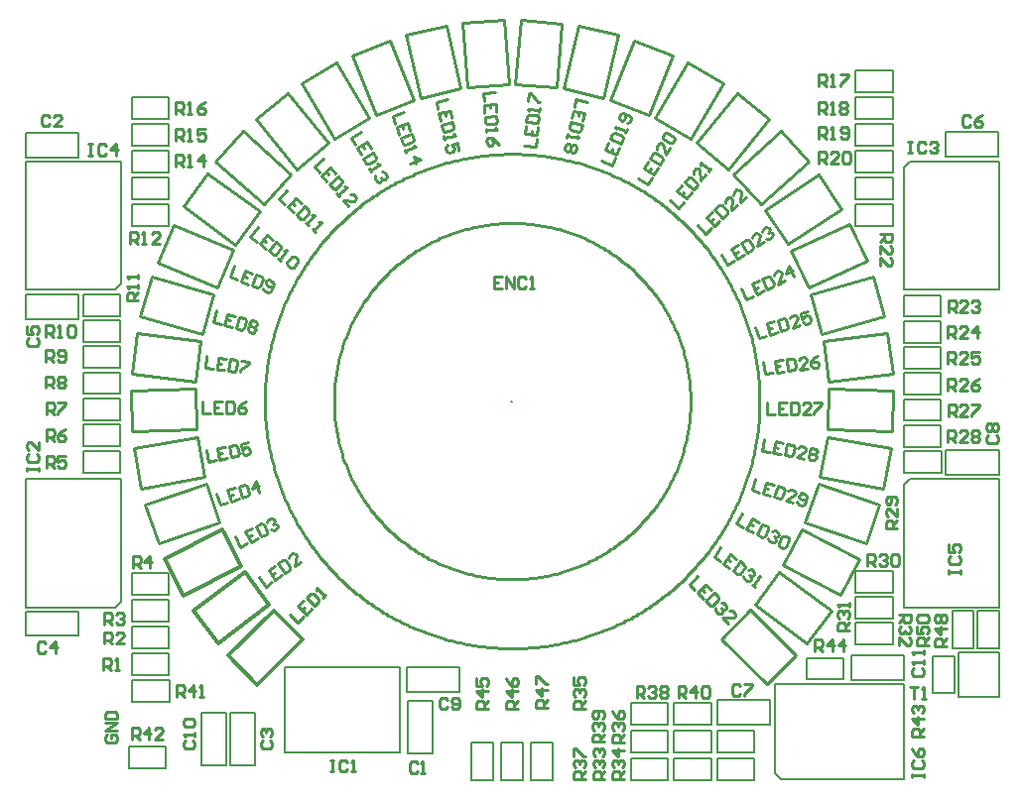
<source format=gto>
G04 Layer_Color=65535*
%FSLAX44Y44*%
%MOMM*%
G71*
G01*
G75*
%ADD20C,0.3000*%
%ADD64C,0.2540*%
%ADD65C,0.2000*%
D20*
X-247414Y-109509D02*
X-231208Y-140531D01*
X-296163Y-134977D02*
X-247414Y-109509D01*
X-296163Y-134977D02*
X-279957Y-165998D01*
X-231208Y-140531D01*
X-228254Y-145695D02*
X-207198Y-173654D01*
X-272188Y-178782D02*
X-228254Y-145695D01*
X-272188Y-178782D02*
X-251133Y-206741D01*
X-207198Y-173654D01*
X-203293Y-178544D02*
X-178545Y-203293D01*
X-242184Y-217435D02*
X-203293Y-178544D01*
X-242184Y-217435D02*
X-217435Y-242184D01*
X-178545Y-203293D01*
D64*
X152087Y0D02*
X152066Y2541D01*
X152002Y5082D01*
X151896Y7621D01*
X151748Y10158D01*
X151557Y12693D01*
X151324Y15223D01*
X151048Y17750D01*
X150730Y20271D01*
X150371Y22787D01*
X149969Y25297D01*
X149525Y27799D01*
X149040Y30294D01*
X148513Y32780D01*
X147944Y35257D01*
X147335Y37724D01*
X146684Y40181D01*
X145992Y42626D01*
X145259Y45060D01*
X144486Y47481D01*
X143672Y49889D01*
X142819Y52282D01*
X141925Y54661D01*
X140992Y57025D01*
X140019Y59373D01*
X139008Y61705D01*
X137957Y64019D01*
X136868Y66315D01*
X135741Y68593D01*
X134576Y70852D01*
X133373Y73091D01*
X132133Y75309D01*
X130856Y77506D01*
X129543Y79682D01*
X128193Y81836D01*
X126808Y83966D01*
X125387Y86074D01*
X123932Y88157D01*
X122441Y90215D01*
X120917Y92249D01*
X119358Y94256D01*
X117767Y96237D01*
X116142Y98192D01*
X114485Y100119D01*
X112796Y102018D01*
X111075Y103889D01*
X109324Y105730D01*
X107542Y107542D01*
X105730Y109324D01*
X103889Y111076D01*
X102018Y112796D01*
X100119Y114485D01*
X98192Y116142D01*
X96237Y117767D01*
X94256Y119358D01*
X92249Y120917D01*
X90215Y122441D01*
X88157Y123932D01*
X86073Y125387D01*
X83966Y126808D01*
X81836Y128193D01*
X79682Y129543D01*
X77506Y130856D01*
X75309Y132133D01*
X73090Y133373D01*
X70852Y134576D01*
X68593Y135741D01*
X66315Y136868D01*
X64019Y137957D01*
X61705Y139008D01*
X59373Y140019D01*
X57025Y140992D01*
X54661Y141925D01*
X52282Y142819D01*
X49889Y143672D01*
X47481Y144486D01*
X45060Y145259D01*
X42626Y145992D01*
X40181Y146684D01*
X37724Y147335D01*
X35257Y147944D01*
X32780Y148513D01*
X30294Y149040D01*
X27799Y149525D01*
X25297Y149969D01*
X22787Y150371D01*
X20271Y150730D01*
X17750Y151048D01*
X15223Y151324D01*
X12693Y151557D01*
X10158Y151748D01*
X7621Y151896D01*
X5082Y152002D01*
X2542Y152066D01*
X0Y152087D01*
X-2541Y152066D01*
X-5082Y152003D01*
X-7621Y151896D01*
X-10158Y151748D01*
X-12692Y151557D01*
X-15223Y151324D01*
X-17750Y151048D01*
X-20271Y150730D01*
X-22787Y150371D01*
X-25296Y149969D01*
X-27799Y149525D01*
X-30293Y149040D01*
X-32780Y148513D01*
X-35257Y147944D01*
X-37724Y147335D01*
X-40181Y146684D01*
X-42626Y145992D01*
X-45059Y145259D01*
X-47480Y144486D01*
X-49888Y143673D01*
X-52282Y142819D01*
X-54661Y141925D01*
X-57025Y140992D01*
X-59373Y140020D01*
X-61704Y139008D01*
X-64019Y137957D01*
X-66315Y136868D01*
X-68593Y135741D01*
X-70851Y134576D01*
X-73090Y133373D01*
X-75308Y132133D01*
X-77506Y130857D01*
X-79682Y129543D01*
X-81835Y128194D01*
X-83966Y126808D01*
X-86073Y125388D01*
X-88156Y123932D01*
X-90215Y122441D01*
X-92248Y120917D01*
X-94256Y119359D01*
X-96237Y117767D01*
X-98191Y116142D01*
X-100118Y114485D01*
X-102017Y112796D01*
X-103888Y111076D01*
X-105730Y109325D01*
X-107542Y107542D01*
X-109324Y105730D01*
X-111075Y103889D01*
X-112795Y102018D01*
X-114485Y100119D01*
X-116142Y98192D01*
X-117766Y96238D01*
X-119358Y94257D01*
X-120916Y92249D01*
X-122441Y90216D01*
X-123931Y88157D01*
X-125387Y86074D01*
X-126808Y83967D01*
X-128193Y81836D01*
X-129543Y79683D01*
X-130856Y77507D01*
X-132133Y75310D01*
X-133373Y73091D01*
X-134575Y70852D01*
X-135741Y68594D01*
X-136868Y66316D01*
X-137957Y64020D01*
X-139007Y61705D01*
X-140019Y59374D01*
X-140992Y57026D01*
X-141925Y54662D01*
X-142818Y52283D01*
X-143672Y49889D01*
X-144486Y47482D01*
X-145259Y45061D01*
X-145991Y42627D01*
X-146683Y40182D01*
X-147334Y37725D01*
X-147944Y35258D01*
X-148513Y32781D01*
X-149040Y30295D01*
X-149525Y27800D01*
X-149969Y25298D01*
X-150371Y22788D01*
X-150730Y20272D01*
X-151048Y17751D01*
X-151324Y15224D01*
X-151557Y12694D01*
X-151748Y10159D01*
X-151896Y7622D01*
X-152002Y5083D01*
X-152066Y2542D01*
X-152087Y1D01*
X-152066Y-2540D01*
X-152003Y-5081D01*
X-151896Y-7620D01*
X-151748Y-10157D01*
X-151557Y-12691D01*
X-151324Y-15222D01*
X-151048Y-17749D01*
X-150731Y-20270D01*
X-150371Y-22786D01*
X-149969Y-25295D01*
X-149525Y-27798D01*
X-149040Y-30292D01*
X-148513Y-32779D01*
X-147945Y-35256D01*
X-147335Y-37723D01*
X-146684Y-40180D01*
X-145992Y-42625D01*
X-145260Y-45059D01*
X-144486Y-47480D01*
X-143673Y-49887D01*
X-142819Y-52281D01*
X-141925Y-54660D01*
X-140992Y-57024D01*
X-140020Y-59372D01*
X-139008Y-61704D01*
X-137958Y-64018D01*
X-136869Y-66314D01*
X-135742Y-68592D01*
X-134576Y-70850D01*
X-133374Y-73089D01*
X-132134Y-75308D01*
X-130857Y-77505D01*
X-129544Y-79681D01*
X-128194Y-81834D01*
X-126809Y-83965D01*
X-125388Y-86072D01*
X-123932Y-88155D01*
X-122442Y-90214D01*
X-120917Y-92247D01*
X-119359Y-94255D01*
X-117767Y-96236D01*
X-116143Y-98191D01*
X-114486Y-100118D01*
X-112797Y-102017D01*
X-111077Y-103887D01*
X-109325Y-105729D01*
X-107543Y-107541D01*
X-105731Y-109323D01*
X-103890Y-111074D01*
X-102019Y-112795D01*
X-100120Y-114484D01*
X-98193Y-116141D01*
X-96239Y-117766D01*
X-94257Y-119357D01*
X-92250Y-120915D01*
X-90217Y-122440D01*
X-88158Y-123931D01*
X-86075Y-125386D01*
X-83968Y-126807D01*
X-81837Y-128193D01*
X-79683Y-129542D01*
X-77508Y-130855D01*
X-75310Y-132132D01*
X-73092Y-133372D01*
X-70853Y-134575D01*
X-68594Y-135740D01*
X-66317Y-136867D01*
X-64021Y-137956D01*
X-61706Y-139007D01*
X-59375Y-140019D01*
X-57027Y-140991D01*
X-54663Y-141924D01*
X-52284Y-142818D01*
X-49890Y-143672D01*
X-47483Y-144485D01*
X-45061Y-145259D01*
X-42628Y-145991D01*
X-40183Y-146683D01*
X-37726Y-147334D01*
X-35259Y-147944D01*
X-32782Y-148512D01*
X-30295Y-149040D01*
X-27801Y-149525D01*
X-25298Y-149969D01*
X-22789Y-150371D01*
X-20273Y-150730D01*
X-17751Y-151048D01*
X-15225Y-151323D01*
X-12694Y-151557D01*
X-10160Y-151748D01*
X-7623Y-151896D01*
X-5083Y-152002D01*
X-2543Y-152066D01*
X-1Y-152087D01*
X2540Y-152066D01*
X5081Y-152003D01*
X7620Y-151896D01*
X10157Y-151748D01*
X12691Y-151557D01*
X15222Y-151324D01*
X17749Y-151048D01*
X20270Y-150731D01*
X22786Y-150371D01*
X25296Y-149969D01*
X27798Y-149525D01*
X30293Y-149040D01*
X32779Y-148513D01*
X35256Y-147945D01*
X37723Y-147335D01*
X40180Y-146684D01*
X42625Y-145992D01*
X45059Y-145259D01*
X47480Y-144486D01*
X49888Y-143673D01*
X52282Y-142819D01*
X54661Y-141925D01*
X57025Y-140992D01*
X59373Y-140020D01*
X61704Y-139008D01*
X64018Y-137957D01*
X66315Y-136868D01*
X68593Y-135741D01*
X70851Y-134576D01*
X73090Y-133373D01*
X75308Y-132133D01*
X77506Y-130857D01*
X79682Y-129543D01*
X81835Y-128194D01*
X83966Y-126808D01*
X86073Y-125387D01*
X88156Y-123932D01*
X90215Y-122441D01*
X92248Y-120917D01*
X94256Y-119358D01*
X96237Y-117767D01*
X98192Y-116142D01*
X100119Y-114485D01*
X102018Y-112796D01*
X103889Y-111075D01*
X105730Y-109324D01*
X107542Y-107542D01*
X109324Y-105730D01*
X111076Y-103888D01*
X112796Y-102018D01*
X114485Y-100119D01*
X116142Y-98192D01*
X117767Y-96237D01*
X119358Y-94256D01*
X120917Y-92248D01*
X122441Y-90215D01*
X123932Y-88156D01*
X125387Y-86073D01*
X126808Y-83966D01*
X128194Y-81835D01*
X129543Y-79682D01*
X130857Y-77506D01*
X132133Y-75308D01*
X133373Y-73090D01*
X134576Y-70851D01*
X135741Y-68592D01*
X136868Y-66315D01*
X137957Y-64018D01*
X139008Y-61704D01*
X140020Y-59373D01*
X140992Y-57025D01*
X141925Y-54661D01*
X142819Y-52281D01*
X143673Y-49888D01*
X144486Y-47480D01*
X145259Y-45059D01*
X145992Y-42625D01*
X146684Y-40180D01*
X147335Y-37723D01*
X147945Y-35256D01*
X148513Y-32779D01*
X149040Y-30292D01*
X149525Y-27798D01*
X149969Y-25295D01*
X150371Y-22786D01*
X150731Y-20270D01*
X151048Y-17749D01*
X151324Y-15222D01*
X151557Y-12691D01*
X151748Y-10157D01*
X151896Y-7620D01*
X152003Y-5081D01*
X152066Y-2540D01*
X152087Y0D01*
X211084D02*
X211068Y2541D01*
X211023Y5081D01*
X210946Y7621D01*
X210839Y10159D01*
X210702Y12696D01*
X210534Y15231D01*
X210335Y17764D01*
X210106Y20295D01*
X209846Y22822D01*
X209557Y25346D01*
X209236Y27867D01*
X208886Y30383D01*
X208505Y32895D01*
X208094Y35403D01*
X207653Y37905D01*
X207181Y40401D01*
X206680Y42892D01*
X206149Y45377D01*
X205588Y47855D01*
X204997Y50326D01*
X204376Y52790D01*
X203726Y55246D01*
X203046Y57694D01*
X202337Y60134D01*
X201599Y62565D01*
X200831Y64987D01*
X200034Y67399D01*
X199209Y69802D01*
X198354Y72195D01*
X197470Y74577D01*
X196559Y76949D01*
X195618Y79309D01*
X194649Y81658D01*
X193652Y83995D01*
X192627Y86320D01*
X191574Y88632D01*
X190494Y90931D01*
X189386Y93217D01*
X188250Y95490D01*
X187087Y97749D01*
X185897Y99994D01*
X184680Y102224D01*
X183436Y104440D01*
X182165Y106640D01*
X180869Y108825D01*
X179546Y110994D01*
X178197Y113147D01*
X176822Y115284D01*
X175422Y117404D01*
X173996Y119507D01*
X172545Y121593D01*
X171068Y123660D01*
X169568Y125711D01*
X168042Y127743D01*
X166493Y129756D01*
X164919Y131750D01*
X163321Y133726D01*
X161700Y135682D01*
X160055Y137619D01*
X158387Y139535D01*
X156696Y141431D01*
X154982Y143307D01*
X153246Y145162D01*
X151488Y146996D01*
X149707Y148809D01*
X147905Y150600D01*
X146082Y152369D01*
X144237Y154117D01*
X142372Y155842D01*
X140486Y157544D01*
X138579Y159224D01*
X136653Y160880D01*
X134706Y162513D01*
X132741Y164123D01*
X130756Y165709D01*
X128751Y167271D01*
X126729Y168808D01*
X124688Y170321D01*
X122629Y171810D01*
X120552Y173273D01*
X118457Y174712D01*
X116346Y176125D01*
X114218Y177512D01*
X112073Y178874D01*
X109912Y180210D01*
X107734Y181520D01*
X105542Y182804D01*
X103334Y184061D01*
X101111Y185292D01*
X98873Y186495D01*
X96622Y187672D01*
X94356Y188821D01*
X92076Y189943D01*
X89783Y191038D01*
X87477Y192104D01*
X85159Y193143D01*
X82828Y194154D01*
X80485Y195137D01*
X78130Y196092D01*
X75764Y197018D01*
X73387Y197916D01*
X71000Y198785D01*
X68602Y199625D01*
X66194Y200436D01*
X63777Y201218D01*
X61350Y201971D01*
X58915Y202695D01*
X56471Y203390D01*
X54019Y204055D01*
X51559Y204690D01*
X49091Y205296D01*
X46617Y205872D01*
X44135Y206418D01*
X41648Y206934D01*
X39154Y207421D01*
X36655Y207877D01*
X34150Y208303D01*
X31640Y208699D01*
X29126Y209065D01*
X26607Y209400D01*
X24085Y209705D01*
X21559Y209980D01*
X19030Y210224D01*
X16499Y210438D01*
X13964Y210621D01*
X11428Y210774D01*
X8891Y210896D01*
X6351Y210988D01*
X3811Y211049D01*
X1271Y211080D01*
X-1270Y211080D01*
X-3810Y211049D01*
X-6350Y210988D01*
X-8889Y210896D01*
X-11427Y210774D01*
X-13963Y210621D01*
X-16498Y210438D01*
X-19029Y210224D01*
X-21558Y209980D01*
X-24084Y209705D01*
X-26606Y209400D01*
X-29125Y209065D01*
X-31639Y208699D01*
X-34149Y208303D01*
X-36654Y207877D01*
X-39153Y207421D01*
X-41647Y206935D01*
X-44135Y206418D01*
X-46616Y205872D01*
X-49090Y205296D01*
X-51558Y204690D01*
X-54018Y204055D01*
X-56470Y203390D01*
X-58914Y202696D01*
X-61350Y201972D01*
X-63776Y201219D01*
X-66193Y200436D01*
X-68601Y199625D01*
X-70999Y198785D01*
X-73387Y197916D01*
X-75763Y197019D01*
X-78129Y196092D01*
X-80484Y195138D01*
X-82827Y194155D01*
X-85158Y193144D01*
X-87476Y192105D01*
X-89782Y191038D01*
X-92075Y189944D01*
X-94355Y188822D01*
X-96621Y187672D01*
X-98872Y186495D01*
X-101110Y185292D01*
X-103333Y184062D01*
X-105541Y182805D01*
X-107734Y181521D01*
X-109911Y180211D01*
X-112072Y178875D01*
X-114217Y177513D01*
X-116345Y176126D01*
X-118456Y174712D01*
X-120551Y173274D01*
X-122628Y171810D01*
X-124687Y170322D01*
X-126728Y168809D01*
X-128750Y167271D01*
X-130754Y165709D01*
X-132740Y164124D01*
X-134705Y162514D01*
X-136652Y160881D01*
X-138578Y159224D01*
X-140485Y157545D01*
X-142371Y155843D01*
X-144236Y154118D01*
X-146081Y152370D01*
X-147904Y150601D01*
X-149706Y148810D01*
X-151487Y146997D01*
X-153245Y145163D01*
X-154981Y143308D01*
X-156695Y141432D01*
X-158386Y139536D01*
X-160054Y137620D01*
X-161699Y135683D01*
X-163320Y133727D01*
X-164918Y131752D01*
X-166492Y129757D01*
X-168041Y127744D01*
X-169567Y125712D01*
X-171068Y123662D01*
X-172544Y121594D01*
X-173995Y119508D01*
X-175421Y117405D01*
X-176821Y115285D01*
X-178196Y113149D01*
X-179545Y110996D01*
X-180868Y108827D01*
X-182165Y106642D01*
X-183435Y104441D01*
X-184679Y102226D01*
X-185896Y99995D01*
X-187086Y97751D01*
X-188249Y95492D01*
X-189385Y93219D01*
X-190493Y90933D01*
X-191574Y88633D01*
X-192627Y86321D01*
X-193652Y83996D01*
X-194649Y81659D01*
X-195618Y79311D01*
X-196558Y76950D01*
X-197470Y74579D01*
X-198353Y72197D01*
X-199208Y69804D01*
X-200034Y67401D01*
X-200830Y64989D01*
X-201598Y62567D01*
X-202337Y60136D01*
X-203046Y57696D01*
X-203725Y55248D01*
X-204376Y52792D01*
X-204996Y50328D01*
X-205587Y47857D01*
X-206148Y45379D01*
X-206680Y42894D01*
X-207181Y40403D01*
X-207652Y37907D01*
X-208093Y35405D01*
X-208505Y32897D01*
X-208885Y30385D01*
X-209236Y27869D01*
X-209556Y25348D01*
X-209846Y22824D01*
X-210106Y20297D01*
X-210335Y17766D01*
X-210533Y15234D01*
X-210702Y12698D01*
X-210839Y10161D01*
X-210946Y7623D01*
X-211023Y5083D01*
X-211068Y2543D01*
X-211084Y2D01*
X-211068Y-2539D01*
X-211023Y-5079D01*
X-210946Y-7618D01*
X-210839Y-10157D01*
X-210702Y-12694D01*
X-210534Y-15229D01*
X-210335Y-17762D01*
X-210106Y-20292D01*
X-209847Y-22820D01*
X-209557Y-25344D01*
X-209237Y-27864D01*
X-208886Y-30381D01*
X-208505Y-32893D01*
X-208094Y-35400D01*
X-207653Y-37902D01*
X-207182Y-40399D01*
X-206681Y-42890D01*
X-206149Y-45374D01*
X-205588Y-47852D01*
X-204997Y-50323D01*
X-204377Y-52787D01*
X-203727Y-55243D01*
X-203047Y-57691D01*
X-202338Y-60131D01*
X-201599Y-62562D01*
X-200832Y-64984D01*
X-200035Y-67397D01*
X-199209Y-69800D01*
X-198355Y-72192D01*
X-197472Y-74575D01*
X-196560Y-76946D01*
X-195619Y-79306D01*
X-194650Y-81655D01*
X-193654Y-83992D01*
X-192628Y-86317D01*
X-191576Y-88629D01*
X-190495Y-90929D01*
X-189387Y-93215D01*
X-188251Y-95488D01*
X-187088Y-97747D01*
X-185898Y-99992D01*
X-184681Y-102222D01*
X-183437Y-104437D01*
X-182167Y-106638D01*
X-180870Y-108823D01*
X-179547Y-110992D01*
X-178198Y-113145D01*
X-176824Y-115281D01*
X-175423Y-117401D01*
X-173997Y-119504D01*
X-172546Y-121590D01*
X-171070Y-123658D01*
X-169569Y-125708D01*
X-168044Y-127740D01*
X-166494Y-129754D01*
X-164921Y-131748D01*
X-163323Y-133724D01*
X-161702Y-135680D01*
X-160057Y-137616D01*
X-158389Y-139533D01*
X-156698Y-141429D01*
X-154984Y-143305D01*
X-153248Y-145160D01*
X-151490Y-146994D01*
X-149710Y-148807D01*
X-147907Y-150598D01*
X-146084Y-152367D01*
X-144240Y-154115D01*
X-142374Y-155840D01*
X-140488Y-157542D01*
X-138582Y-159221D01*
X-136655Y-160878D01*
X-134709Y-162511D01*
X-132743Y-164121D01*
X-130758Y-165707D01*
X-128754Y-167269D01*
X-126731Y-168806D01*
X-124691Y-170319D01*
X-122631Y-171808D01*
X-120555Y-173271D01*
X-118460Y-174710D01*
X-116349Y-176123D01*
X-114221Y-177511D01*
X-112076Y-178873D01*
X-109915Y-180209D01*
X-107738Y-181519D01*
X-105545Y-182802D01*
X-103337Y-184059D01*
X-101114Y-185290D01*
X-98876Y-186493D01*
X-96625Y-187670D01*
X-94359Y-188820D01*
X-92079Y-189942D01*
X-89786Y-191036D01*
X-87480Y-192103D01*
X-85162Y-193142D01*
X-82831Y-194153D01*
X-80488Y-195136D01*
X-78134Y-196091D01*
X-75768Y-197017D01*
X-73391Y-197915D01*
X-71003Y-198783D01*
X-68605Y-199624D01*
X-66198Y-200435D01*
X-63780Y-201217D01*
X-61354Y-201970D01*
X-58918Y-202694D01*
X-56474Y-203389D01*
X-54022Y-204054D01*
X-51562Y-204689D01*
X-49095Y-205295D01*
X-46620Y-205871D01*
X-44139Y-206417D01*
X-41651Y-206934D01*
X-39157Y-207420D01*
X-36658Y-207876D01*
X-34153Y-208302D01*
X-31643Y-208699D01*
X-29129Y-209064D01*
X-26610Y-209400D01*
X-24088Y-209705D01*
X-21562Y-209980D01*
X-19033Y-210224D01*
X-16501Y-210438D01*
X-13967Y-210621D01*
X-11431Y-210774D01*
X-8893Y-210896D01*
X-6354Y-210988D01*
X-3814Y-211049D01*
X-1273Y-211080D01*
X1268Y-211080D01*
X3808Y-211049D01*
X6348Y-210988D01*
X8887Y-210897D01*
X11425Y-210774D01*
X13961Y-210621D01*
X16495Y-210438D01*
X19027Y-210224D01*
X21556Y-209980D01*
X24082Y-209706D01*
X26605Y-209401D01*
X29123Y-209065D01*
X31638Y-208699D01*
X34147Y-208303D01*
X36652Y-207877D01*
X39152Y-207421D01*
X41645Y-206935D01*
X44133Y-206419D01*
X46615Y-205872D01*
X49089Y-205296D01*
X51557Y-204691D01*
X54017Y-204055D01*
X56469Y-203390D01*
X58913Y-202696D01*
X61349Y-201972D01*
X63775Y-201219D01*
X66193Y-200437D01*
X68600Y-199625D01*
X70998Y-198785D01*
X73386Y-197916D01*
X75763Y-197019D01*
X78129Y-196092D01*
X80483Y-195138D01*
X82826Y-194155D01*
X85157Y-193144D01*
X87476Y-192105D01*
X89782Y-191038D01*
X92075Y-189944D01*
X94354Y-188822D01*
X96621Y-187672D01*
X98872Y-186496D01*
X101110Y-185292D01*
X103333Y-184062D01*
X105541Y-182804D01*
X107734Y-181521D01*
X109911Y-180211D01*
X112072Y-178875D01*
X114217Y-177513D01*
X116345Y-176125D01*
X118457Y-174712D01*
X120551Y-173274D01*
X122628Y-171810D01*
X124687Y-170322D01*
X126728Y-168808D01*
X128751Y-167271D01*
X130755Y-165709D01*
X132740Y-164123D01*
X134706Y-162514D01*
X136652Y-160880D01*
X138579Y-159224D01*
X140485Y-157544D01*
X142372Y-155842D01*
X144237Y-154117D01*
X146082Y-152370D01*
X147905Y-150600D01*
X149707Y-148809D01*
X151488Y-146996D01*
X153246Y-145162D01*
X154982Y-143307D01*
X156696Y-141431D01*
X158387Y-139535D01*
X160055Y-137618D01*
X161700Y-135682D01*
X163321Y-133726D01*
X164919Y-131750D01*
X166493Y-129756D01*
X168043Y-127742D01*
X169568Y-125710D01*
X171069Y-123660D01*
X172545Y-121592D01*
X173996Y-119506D01*
X175422Y-117403D01*
X176822Y-115283D01*
X178197Y-113147D01*
X179546Y-110994D01*
X180869Y-108824D01*
X182166Y-106639D01*
X183436Y-104439D01*
X184680Y-102224D01*
X185897Y-99993D01*
X187087Y-97748D01*
X188250Y-95489D01*
X189386Y-93217D01*
X190494Y-90930D01*
X191575Y-88631D01*
X192628Y-86318D01*
X193653Y-83994D01*
X194650Y-81657D01*
X195619Y-79308D01*
X196559Y-76947D01*
X197471Y-74576D01*
X198354Y-72193D01*
X199209Y-69801D01*
X200035Y-67398D01*
X200831Y-64985D01*
X201599Y-62563D01*
X202338Y-60132D01*
X203047Y-57692D01*
X203726Y-55244D01*
X204377Y-52788D01*
X204997Y-50324D01*
X205588Y-47853D01*
X206149Y-45375D01*
X206680Y-42890D01*
X207182Y-40399D01*
X207653Y-37903D01*
X208094Y-35401D01*
X208505Y-32893D01*
X208886Y-30381D01*
X209237Y-27865D01*
X209557Y-25344D01*
X209847Y-22820D01*
X210106Y-20292D01*
X210335Y-17762D01*
X210534Y-15229D01*
X210702Y-12694D01*
X210839Y-10157D01*
X210946Y-7618D01*
X211023Y-5078D01*
X211068Y-2538D01*
X211084Y0D01*
X203487Y-178318D02*
X242420Y-217166D01*
X217699Y-241942D02*
X242420Y-217166D01*
X178765Y-203094D02*
X217699Y-241942D01*
X178765Y-203094D02*
X203487Y-178318D01*
X238034Y128632D02*
X288010Y151596D01*
X302623Y119792D01*
X252647Y96829D02*
X302623Y119792D01*
X238034Y128632D02*
X252647Y96829D01*
X-42134Y322732D02*
X-37957Y267891D01*
X-42134Y322732D02*
X-7236Y325390D01*
X-3058Y270549D01*
X-37957Y267891D02*
X-3058Y270549D01*
X-317309Y72625D02*
X-264471Y57357D01*
X-317309Y72625D02*
X-307594Y106249D01*
X-254755Y90982D01*
X-264471Y57357D02*
X-254755Y90982D01*
X227836Y-145941D02*
X272134Y-178541D01*
X251389Y-206730D02*
X272134Y-178541D01*
X207091Y-174131D02*
X251389Y-206730D01*
X207091Y-174131D02*
X227836Y-145941D01*
X215810Y163194D02*
X261733Y193461D01*
X280993Y164237D01*
X235070Y133970D02*
X280993Y164237D01*
X215810Y163194D02*
X235070Y133970D01*
X-90521Y312629D02*
X-78087Y259053D01*
X-90521Y312629D02*
X-56427Y320542D01*
X-43993Y266966D01*
X-78087Y259053D02*
X-43993Y266966D01*
X-324608Y23687D02*
X-270048Y16741D01*
X-324608Y23687D02*
X-320187Y58407D01*
X-265628Y51460D01*
X-270048Y16741D02*
X-265628Y51460D01*
X247512Y-109295D02*
X296283Y-134720D01*
X280103Y-165756D02*
X296283Y-134720D01*
X231333Y-140331D02*
X280103Y-165756D01*
X231333Y-140331D02*
X247512Y-109295D01*
X188609Y193992D02*
X229419Y230864D01*
X252883Y204894D01*
X212073Y168022D02*
X252883Y204894D01*
X188609Y193992D02*
X212073Y168022D01*
X-136819Y295317D02*
X-116415Y244241D01*
X-136819Y295317D02*
X-104316Y308301D01*
X-83912Y257225D01*
X-116415Y244241D02*
X-83912Y257225D01*
X-324451Y-25738D02*
X-269469Y-24342D01*
X-325339Y9251D02*
X-324451Y-25738D01*
X-325339Y9251D02*
X-270357Y10646D01*
X-269469Y-24342D01*
X261215Y-70596D02*
X313249Y-88411D01*
X301912Y-121524D02*
X313249Y-88411D01*
X249878Y-103709D02*
X301912Y-121524D01*
X249878Y-103709D02*
X261215Y-70596D01*
X157058Y220316D02*
X191814Y262942D01*
X218940Y240825D01*
X184184Y198199D02*
X218940Y240825D01*
X157058Y220316D02*
X184184Y198199D01*
X-179960Y271193D02*
X-152058Y223796D01*
X-179960Y271193D02*
X-149799Y288949D01*
X-121896Y241552D01*
X-152058Y223796D02*
X-121896Y241552D01*
X-316813Y-74572D02*
X-262676Y-64867D01*
X-322988Y-40121D02*
X-316813Y-74572D01*
X-322988Y-40121D02*
X-268851Y-30416D01*
X-262676Y-64867D01*
X268843Y-30490D02*
X322978Y-40210D01*
X316793Y-74659D02*
X322978Y-40210D01*
X262658Y-64939D02*
X316793Y-74659D01*
X262658Y-64939D02*
X268843Y-30490D01*
X121884Y241558D02*
X149784Y288956D01*
X179947Y271202D01*
X152046Y223804D02*
X179947Y271202D01*
X121884Y241558D02*
X152046Y223804D01*
X-218968Y240799D02*
X-184207Y198176D01*
X-218968Y240799D02*
X-191845Y262920D01*
X-157084Y220297D01*
X-184207Y198176D02*
X-157084Y220297D01*
X-301833Y-121771D02*
X-249795Y-103966D01*
X-313164Y-88656D02*
X-301833Y-121771D01*
X-313164Y-88656D02*
X-261125Y-70851D01*
X-249795Y-103966D01*
X270357Y10657D02*
X325339Y9264D01*
X324453Y-25725D02*
X325339Y9264D01*
X269470Y-24332D02*
X324453Y-25725D01*
X269470Y-24332D02*
X270357Y10657D01*
X83900Y257230D02*
X104301Y308306D01*
X136804Y295323D01*
X116403Y244247D02*
X136804Y295323D01*
X83900Y257230D02*
X116403Y244247D01*
X-252893Y204881D02*
X-212081Y168011D01*
X-252893Y204881D02*
X-229431Y230853D01*
X-188619Y193983D01*
X-212081Y168011D02*
X-188619Y193983D01*
X265625Y51474D02*
X320184Y58423D01*
X324607Y23703D01*
X270047Y16754D02*
X324607Y23703D01*
X265625Y51474D02*
X270047Y16754D01*
X43965Y266971D02*
X56393Y320548D01*
X90488Y312639D01*
X78060Y259062D02*
X90488Y312639D01*
X43965Y266971D02*
X78060Y259062D01*
X-280610Y166268D02*
X-236197Y133826D01*
X-280610Y166268D02*
X-259965Y194531D01*
X-215552Y162089D01*
X-236197Y133826D02*
X-215552Y162089D01*
X254787Y91171D02*
X307698Y106187D01*
X317254Y72517D01*
X264343Y57501D02*
X317254Y72517D01*
X254787Y91171D02*
X264343Y57501D01*
X2776Y270741D02*
X7482Y325539D01*
X42354Y322545D01*
X37648Y267747D02*
X42354Y322545D01*
X2776Y270741D02*
X37648Y267747D01*
X-302540Y118380D02*
X-251751Y97274D01*
X-302540Y118380D02*
X-289109Y150700D01*
X-238320Y129594D01*
X-251751Y97274D02*
X-238320Y129594D01*
X355600Y-208788D02*
X345603D01*
Y-203790D01*
X347269Y-202124D01*
X350602D01*
X352268Y-203790D01*
Y-208788D01*
Y-205456D02*
X355600Y-202124D01*
X345603Y-192127D02*
Y-198791D01*
X350602D01*
X348936Y-195459D01*
Y-193793D01*
X350602Y-192127D01*
X353934D01*
X355600Y-193793D01*
Y-197125D01*
X353934Y-198791D01*
X347269Y-188794D02*
X345603Y-187128D01*
Y-183796D01*
X347269Y-182130D01*
X353934D01*
X355600Y-183796D01*
Y-187128D01*
X353934Y-188794D01*
X347269D01*
X-394655Y243027D02*
X-396322Y244693D01*
X-399654D01*
X-401320Y243027D01*
Y236362D01*
X-399654Y234696D01*
X-396322D01*
X-394655Y236362D01*
X-384659Y234696D02*
X-391323D01*
X-384659Y241360D01*
Y243027D01*
X-386325Y244693D01*
X-389657D01*
X-391323Y243027D01*
X258064Y-213868D02*
Y-203871D01*
X263062D01*
X264729Y-205537D01*
Y-208870D01*
X263062Y-210536D01*
X258064D01*
X261396D02*
X264729Y-213868D01*
X273059D02*
Y-203871D01*
X268061Y-208870D01*
X274725D01*
X283056Y-213868D02*
Y-203871D01*
X278058Y-208870D01*
X284722D01*
X287782Y-195834D02*
X277785D01*
Y-190836D01*
X279451Y-189170D01*
X282784D01*
X284450Y-190836D01*
Y-195834D01*
Y-192502D02*
X287782Y-189170D01*
X279451Y-185837D02*
X277785Y-184171D01*
Y-180839D01*
X279451Y-179173D01*
X281117D01*
X282784Y-180839D01*
Y-182505D01*
Y-180839D01*
X284450Y-179173D01*
X286116D01*
X287782Y-180839D01*
Y-184171D01*
X286116Y-185837D01*
X287782Y-175840D02*
Y-172508D01*
Y-174174D01*
X277785D01*
X279451Y-175840D01*
X-286512Y-252476D02*
Y-242479D01*
X-281514D01*
X-279848Y-244145D01*
Y-247478D01*
X-281514Y-249144D01*
X-286512D01*
X-283180D02*
X-279848Y-252476D01*
X-271517D02*
Y-242479D01*
X-276515Y-247478D01*
X-269851D01*
X-266518Y-252476D02*
X-263186D01*
X-264852D01*
Y-242479D01*
X-266518Y-244145D01*
X372110Y-12700D02*
Y-2703D01*
X377108D01*
X378774Y-4369D01*
Y-7702D01*
X377108Y-9368D01*
X372110D01*
X375442D02*
X378774Y-12700D01*
X388771D02*
X382107D01*
X388771Y-6036D01*
Y-4369D01*
X387105Y-2703D01*
X383773D01*
X382107Y-4369D01*
X392104Y-2703D02*
X398768D01*
Y-4369D01*
X392104Y-11034D01*
Y-12700D01*
X329946Y-182118D02*
X339943D01*
Y-187116D01*
X338277Y-188783D01*
X334944D01*
X333278Y-187116D01*
Y-182118D01*
Y-185450D02*
X329946Y-188783D01*
X338277Y-192115D02*
X339943Y-193781D01*
Y-197113D01*
X338277Y-198779D01*
X336610D01*
X334944Y-197113D01*
Y-195447D01*
Y-197113D01*
X333278Y-198779D01*
X331612D01*
X329946Y-197113D01*
Y-193781D01*
X331612Y-192115D01*
X329946Y-208776D02*
Y-202112D01*
X336610Y-208776D01*
X338277D01*
X339943Y-207110D01*
Y-203778D01*
X338277Y-202112D01*
X303022Y-140970D02*
Y-130973D01*
X308020D01*
X309687Y-132639D01*
Y-135972D01*
X308020Y-137638D01*
X303022D01*
X306354D02*
X309687Y-140970D01*
X313019Y-132639D02*
X314685Y-130973D01*
X318017D01*
X319683Y-132639D01*
Y-134305D01*
X318017Y-135972D01*
X316351D01*
X318017D01*
X319683Y-137638D01*
Y-139304D01*
X318017Y-140970D01*
X314685D01*
X313019Y-139304D01*
X323016Y-132639D02*
X324682Y-130973D01*
X328014D01*
X329680Y-132639D01*
Y-139304D01*
X328014Y-140970D01*
X324682D01*
X323016Y-139304D01*
Y-132639D01*
X328676Y-108458D02*
X318679D01*
Y-103460D01*
X320345Y-101793D01*
X323678D01*
X325344Y-103460D01*
Y-108458D01*
Y-105126D02*
X328676Y-101793D01*
Y-91797D02*
Y-98461D01*
X322011Y-91797D01*
X320345D01*
X318679Y-93463D01*
Y-96795D01*
X320345Y-98461D01*
X327010Y-88464D02*
X328676Y-86798D01*
Y-83466D01*
X327010Y-81800D01*
X320345D01*
X318679Y-83466D01*
Y-86798D01*
X320345Y-88464D01*
X322011D01*
X323678Y-86798D01*
Y-81800D01*
X371856Y-35052D02*
Y-25055D01*
X376854D01*
X378521Y-26721D01*
Y-30054D01*
X376854Y-31720D01*
X371856D01*
X375188D02*
X378521Y-35052D01*
X388517D02*
X381853D01*
X388517Y-28387D01*
Y-26721D01*
X386851Y-25055D01*
X383519D01*
X381853Y-26721D01*
X391850D02*
X393516Y-25055D01*
X396848D01*
X398514Y-26721D01*
Y-28387D01*
X396848Y-30054D01*
X398514Y-31720D01*
Y-33386D01*
X396848Y-35052D01*
X393516D01*
X391850Y-33386D01*
Y-31720D01*
X393516Y-30054D01*
X391850Y-28387D01*
Y-26721D01*
X393516Y-30054D02*
X396848D01*
X371856Y9398D02*
Y19395D01*
X376854D01*
X378521Y17729D01*
Y14396D01*
X376854Y12730D01*
X371856D01*
X375188D02*
X378521Y9398D01*
X388517D02*
X381853D01*
X388517Y16063D01*
Y17729D01*
X386851Y19395D01*
X383519D01*
X381853Y17729D01*
X398514Y19395D02*
X395182Y17729D01*
X391850Y14396D01*
Y11064D01*
X393516Y9398D01*
X396848D01*
X398514Y11064D01*
Y12730D01*
X396848Y14396D01*
X391850D01*
X371856Y31750D02*
Y41747D01*
X376854D01*
X378521Y40081D01*
Y36748D01*
X376854Y35082D01*
X371856D01*
X375188D02*
X378521Y31750D01*
X388517D02*
X381853D01*
X388517Y38414D01*
Y40081D01*
X386851Y41747D01*
X383519D01*
X381853Y40081D01*
X398514Y41747D02*
X391850D01*
Y36748D01*
X395182Y38414D01*
X396848D01*
X398514Y36748D01*
Y33416D01*
X396848Y31750D01*
X393516D01*
X391850Y33416D01*
X261620Y224028D02*
Y234025D01*
X266618D01*
X268284Y232359D01*
Y229026D01*
X266618Y227360D01*
X261620D01*
X264952D02*
X268284Y224028D01*
X271617D02*
X274949D01*
X273283D01*
Y234025D01*
X271617Y232359D01*
X279947Y225694D02*
X281614Y224028D01*
X284946D01*
X286612Y225694D01*
Y232359D01*
X284946Y234025D01*
X281614D01*
X279947Y232359D01*
Y230693D01*
X281614Y229026D01*
X286612D01*
X371856Y54102D02*
Y64099D01*
X376854D01*
X378521Y62433D01*
Y59100D01*
X376854Y57434D01*
X371856D01*
X375188D02*
X378521Y54102D01*
X388517D02*
X381853D01*
X388517Y60767D01*
Y62433D01*
X386851Y64099D01*
X383519D01*
X381853Y62433D01*
X396848Y54102D02*
Y64099D01*
X391850Y59100D01*
X398514D01*
X372110Y76200D02*
Y86197D01*
X377108D01*
X378774Y84531D01*
Y81198D01*
X377108Y79532D01*
X372110D01*
X375442D02*
X378774Y76200D01*
X388771D02*
X382107D01*
X388771Y82865D01*
Y84531D01*
X387105Y86197D01*
X383773D01*
X382107Y84531D01*
X392104D02*
X393770Y86197D01*
X397102D01*
X398768Y84531D01*
Y82865D01*
X397102Y81198D01*
X395436D01*
X397102D01*
X398768Y79532D01*
Y77866D01*
X397102Y76200D01*
X393770D01*
X392104Y77866D01*
X313944Y142748D02*
X323941D01*
Y137750D01*
X322275Y136083D01*
X318942D01*
X317276Y137750D01*
Y142748D01*
Y139416D02*
X313944Y136083D01*
Y126087D02*
Y132751D01*
X320608Y126087D01*
X322275D01*
X323941Y127753D01*
Y131085D01*
X322275Y132751D01*
X313944Y116090D02*
Y122754D01*
X320608Y116090D01*
X322275D01*
X323941Y117756D01*
Y121088D01*
X322275Y122754D01*
X261620Y202946D02*
Y212943D01*
X266618D01*
X268284Y211277D01*
Y207944D01*
X266618Y206278D01*
X261620D01*
X264952D02*
X268284Y202946D01*
X278281D02*
X271617D01*
X278281Y209611D01*
Y211277D01*
X276615Y212943D01*
X273283D01*
X271617Y211277D01*
X281614D02*
X283280Y212943D01*
X286612D01*
X288278Y211277D01*
Y204612D01*
X286612Y202946D01*
X283280D01*
X281614Y204612D01*
Y211277D01*
X261366Y245618D02*
Y255615D01*
X266364D01*
X268030Y253949D01*
Y250616D01*
X266364Y248950D01*
X261366D01*
X264698D02*
X268030Y245618D01*
X271363D02*
X274695D01*
X273029D01*
Y255615D01*
X271363Y253949D01*
X279693D02*
X281360Y255615D01*
X284692D01*
X286358Y253949D01*
Y252283D01*
X284692Y250616D01*
X286358Y248950D01*
Y247284D01*
X284692Y245618D01*
X281360D01*
X279693Y247284D01*
Y248950D01*
X281360Y250616D01*
X279693Y252283D01*
Y253949D01*
X281360Y250616D02*
X284692D01*
X261620Y268732D02*
Y278729D01*
X266618D01*
X268284Y277063D01*
Y273730D01*
X266618Y272064D01*
X261620D01*
X264952D02*
X268284Y268732D01*
X271617D02*
X274949D01*
X273283D01*
Y278729D01*
X271617Y277063D01*
X279947Y278729D02*
X286612D01*
Y277063D01*
X279947Y270398D01*
Y268732D01*
X-319024Y86106D02*
X-329021D01*
Y91104D01*
X-327355Y92771D01*
X-324022D01*
X-322356Y91104D01*
Y86106D01*
Y89438D02*
X-319024Y92771D01*
Y96103D02*
Y99435D01*
Y97769D01*
X-329021D01*
X-327355Y96103D01*
X-319024Y104433D02*
Y107766D01*
Y106100D01*
X-329021D01*
X-327355Y104433D01*
X-287020Y245110D02*
Y255107D01*
X-282022D01*
X-280355Y253441D01*
Y250108D01*
X-282022Y248442D01*
X-287020D01*
X-283688D02*
X-280355Y245110D01*
X-277023D02*
X-273691D01*
X-275357D01*
Y255107D01*
X-277023Y253441D01*
X-262028Y255107D02*
X-265360Y253441D01*
X-268693Y250108D01*
Y246776D01*
X-267026Y245110D01*
X-263694D01*
X-262028Y246776D01*
Y248442D01*
X-263694Y250108D01*
X-268693D01*
X-287020Y222250D02*
Y232247D01*
X-282022D01*
X-280355Y230581D01*
Y227248D01*
X-282022Y225582D01*
X-287020D01*
X-283688D02*
X-280355Y222250D01*
X-277023D02*
X-273691D01*
X-275357D01*
Y232247D01*
X-277023Y230581D01*
X-262028Y232247D02*
X-268693D01*
Y227248D01*
X-265360Y228915D01*
X-263694D01*
X-262028Y227248D01*
Y223916D01*
X-263694Y222250D01*
X-267026D01*
X-268693Y223916D01*
X-287020Y200660D02*
Y210657D01*
X-282022D01*
X-280355Y208991D01*
Y205658D01*
X-282022Y203992D01*
X-287020D01*
X-283688D02*
X-280355Y200660D01*
X-277023D02*
X-273691D01*
X-275357D01*
Y210657D01*
X-277023Y208991D01*
X-263694Y200660D02*
Y210657D01*
X-268693Y205658D01*
X-262028D01*
X-325882Y134112D02*
Y144109D01*
X-320884D01*
X-319217Y142443D01*
Y139110D01*
X-320884Y137444D01*
X-325882D01*
X-322550D02*
X-319217Y134112D01*
X-315885D02*
X-312553D01*
X-314219D01*
Y144109D01*
X-315885Y142443D01*
X-300890Y134112D02*
X-307555D01*
X-300890Y140777D01*
Y142443D01*
X-302556Y144109D01*
X-305888D01*
X-307555Y142443D01*
X-398018Y54610D02*
Y64607D01*
X-393020D01*
X-391353Y62941D01*
Y59608D01*
X-393020Y57942D01*
X-398018D01*
X-394686D02*
X-391353Y54610D01*
X-388021D02*
X-384689D01*
X-386355D01*
Y64607D01*
X-388021Y62941D01*
X-379691D02*
X-378024Y64607D01*
X-374692D01*
X-373026Y62941D01*
Y56276D01*
X-374692Y54610D01*
X-378024D01*
X-379691Y56276D01*
Y62941D01*
X-397764Y33782D02*
Y43779D01*
X-392766D01*
X-391100Y42113D01*
Y38780D01*
X-392766Y37114D01*
X-397764D01*
X-394432D02*
X-391100Y33782D01*
X-387767Y35448D02*
X-386101Y33782D01*
X-382769D01*
X-381103Y35448D01*
Y42113D01*
X-382769Y43779D01*
X-386101D01*
X-387767Y42113D01*
Y40447D01*
X-386101Y38780D01*
X-381103D01*
X-348234Y-190500D02*
Y-180503D01*
X-343236D01*
X-341570Y-182169D01*
Y-185502D01*
X-343236Y-187168D01*
X-348234D01*
X-344902D02*
X-341570Y-190500D01*
X-338237Y-182169D02*
X-336571Y-180503D01*
X-333239D01*
X-331573Y-182169D01*
Y-183836D01*
X-333239Y-185502D01*
X-334905D01*
X-333239D01*
X-331573Y-187168D01*
Y-188834D01*
X-333239Y-190500D01*
X-336571D01*
X-338237Y-188834D01*
X-397764Y11176D02*
Y21173D01*
X-392766D01*
X-391100Y19507D01*
Y16174D01*
X-392766Y14508D01*
X-397764D01*
X-394432D02*
X-391100Y11176D01*
X-387767Y19507D02*
X-386101Y21173D01*
X-382769D01*
X-381103Y19507D01*
Y17840D01*
X-382769Y16174D01*
X-381103Y14508D01*
Y12842D01*
X-382769Y11176D01*
X-386101D01*
X-387767Y12842D01*
Y14508D01*
X-386101Y16174D01*
X-387767Y17840D01*
Y19507D01*
X-386101Y16174D02*
X-382769D01*
X-397510Y-11430D02*
Y-1433D01*
X-392512D01*
X-390845Y-3099D01*
Y-6432D01*
X-392512Y-8098D01*
X-397510D01*
X-394178D02*
X-390845Y-11430D01*
X-387513Y-1433D02*
X-380849D01*
Y-3099D01*
X-387513Y-9764D01*
Y-11430D01*
X-397510Y-34290D02*
Y-24293D01*
X-392512D01*
X-390845Y-25959D01*
Y-29292D01*
X-392512Y-30958D01*
X-397510D01*
X-394178D02*
X-390845Y-34290D01*
X-380849Y-24293D02*
X-384181Y-25959D01*
X-387513Y-29292D01*
Y-32624D01*
X-385847Y-34290D01*
X-382515D01*
X-380849Y-32624D01*
Y-30958D01*
X-382515Y-29292D01*
X-387513D01*
X-397510Y-57150D02*
Y-47153D01*
X-392512D01*
X-390845Y-48819D01*
Y-52152D01*
X-392512Y-53818D01*
X-397510D01*
X-394178D02*
X-390845Y-57150D01*
X-380849Y-47153D02*
X-387513D01*
Y-52152D01*
X-384181Y-50486D01*
X-382515D01*
X-380849Y-52152D01*
Y-55484D01*
X-382515Y-57150D01*
X-385847D01*
X-387513Y-55484D01*
X-323850Y-142240D02*
Y-132243D01*
X-318852D01*
X-317185Y-133909D01*
Y-137242D01*
X-318852Y-138908D01*
X-323850D01*
X-320518D02*
X-317185Y-142240D01*
X-308855D02*
Y-132243D01*
X-313853Y-137242D01*
X-307189D01*
X-348234Y-207264D02*
Y-197267D01*
X-343236D01*
X-341570Y-198933D01*
Y-202266D01*
X-343236Y-203932D01*
X-348234D01*
X-344902D02*
X-341570Y-207264D01*
X-331573D02*
X-338237D01*
X-331573Y-200599D01*
Y-198933D01*
X-333239Y-197267D01*
X-336571D01*
X-338237Y-198933D01*
X-348742Y-229362D02*
Y-219365D01*
X-343744D01*
X-342077Y-221031D01*
Y-224364D01*
X-343744Y-226030D01*
X-348742D01*
X-345410D02*
X-342077Y-229362D01*
X-338745D02*
X-335413D01*
X-337079D01*
Y-219365D01*
X-338745Y-221031D01*
X-155448Y-306487D02*
X-152116D01*
X-153782D01*
Y-316484D01*
X-155448D01*
X-152116D01*
X-140453Y-308153D02*
X-142119Y-306487D01*
X-145451D01*
X-147117Y-308153D01*
Y-314818D01*
X-145451Y-316484D01*
X-142119D01*
X-140453Y-314818D01*
X-137121Y-316484D02*
X-133788D01*
X-135454D01*
Y-306487D01*
X-137121Y-308153D01*
X-80965Y-309169D02*
X-82632Y-307503D01*
X-85964D01*
X-87630Y-309169D01*
Y-315834D01*
X-85964Y-317500D01*
X-82632D01*
X-80965Y-315834D01*
X-77633Y-317500D02*
X-74301D01*
X-75967D01*
Y-307503D01*
X-77633Y-309169D01*
X194371Y-243383D02*
X192704Y-241717D01*
X189372D01*
X187706Y-243383D01*
Y-250048D01*
X189372Y-251714D01*
X192704D01*
X194371Y-250048D01*
X197703Y-241717D02*
X204367D01*
Y-243383D01*
X197703Y-250048D01*
Y-251714D01*
X406451Y-28895D02*
X404785Y-30562D01*
Y-33894D01*
X406451Y-35560D01*
X413116D01*
X414782Y-33894D01*
Y-30562D01*
X413116Y-28895D01*
X406451Y-25563D02*
X404785Y-23897D01*
Y-20565D01*
X406451Y-18899D01*
X408117D01*
X409784Y-20565D01*
X411450Y-18899D01*
X413116D01*
X414782Y-20565D01*
Y-23897D01*
X413116Y-25563D01*
X411450D01*
X409784Y-23897D01*
X408117Y-25563D01*
X406451D01*
X409784Y-23897D02*
Y-20565D01*
X390966Y242519D02*
X389300Y244185D01*
X385968D01*
X384302Y242519D01*
Y235854D01*
X385968Y234188D01*
X389300D01*
X390966Y235854D01*
X400963Y244185D02*
X397631Y242519D01*
X394299Y239186D01*
Y235854D01*
X395965Y234188D01*
X399297D01*
X400963Y235854D01*
Y237520D01*
X399297Y239186D01*
X394299D01*
X-412445Y53654D02*
X-414111Y51988D01*
Y48656D01*
X-412445Y46990D01*
X-405780D01*
X-404114Y48656D01*
Y51988D01*
X-405780Y53654D01*
X-414111Y63651D02*
Y56987D01*
X-409112D01*
X-410779Y60319D01*
Y61985D01*
X-409112Y63651D01*
X-405780D01*
X-404114Y61985D01*
Y58653D01*
X-405780Y56987D01*
X-397957Y-207061D02*
X-399624Y-205395D01*
X-402956D01*
X-404622Y-207061D01*
Y-213726D01*
X-402956Y-215392D01*
X-399624D01*
X-397957Y-213726D01*
X-389627Y-215392D02*
Y-205395D01*
X-394625Y-210394D01*
X-387961D01*
X-55058Y-254813D02*
X-56724Y-253147D01*
X-60056D01*
X-61722Y-254813D01*
Y-261478D01*
X-60056Y-263144D01*
X-56724D01*
X-55058Y-261478D01*
X-51725D02*
X-50059Y-263144D01*
X-46727D01*
X-45061Y-261478D01*
Y-254813D01*
X-46727Y-253147D01*
X-50059D01*
X-51725Y-254813D01*
Y-256479D01*
X-50059Y-258146D01*
X-45061D01*
X-279095Y-289753D02*
X-280761Y-291420D01*
Y-294752D01*
X-279095Y-296418D01*
X-272430D01*
X-270764Y-294752D01*
Y-291420D01*
X-272430Y-289753D01*
X-270764Y-286421D02*
Y-283089D01*
Y-284755D01*
X-280761D01*
X-279095Y-286421D01*
Y-278091D02*
X-280761Y-276424D01*
Y-273092D01*
X-279095Y-271426D01*
X-272430D01*
X-270764Y-273092D01*
Y-276424D01*
X-272430Y-278091D01*
X-279095D01*
X141732Y-253492D02*
Y-243495D01*
X146730D01*
X148397Y-245161D01*
Y-248494D01*
X146730Y-250160D01*
X141732D01*
X145064D02*
X148397Y-253492D01*
X156727D02*
Y-243495D01*
X151729Y-248494D01*
X158393D01*
X161726Y-245161D02*
X163392Y-243495D01*
X166724D01*
X168390Y-245161D01*
Y-251826D01*
X166724Y-253492D01*
X163392D01*
X161726Y-251826D01*
Y-245161D01*
X95250Y-291338D02*
X85253D01*
Y-286340D01*
X86919Y-284674D01*
X90252D01*
X91918Y-286340D01*
Y-291338D01*
Y-288006D02*
X95250Y-284674D01*
X86919Y-281341D02*
X85253Y-279675D01*
Y-276343D01*
X86919Y-274677D01*
X88586D01*
X90252Y-276343D01*
Y-278009D01*
Y-276343D01*
X91918Y-274677D01*
X93584D01*
X95250Y-276343D01*
Y-279675D01*
X93584Y-281341D01*
X85253Y-264680D02*
X86919Y-268012D01*
X90252Y-271344D01*
X93584D01*
X95250Y-269678D01*
Y-266346D01*
X93584Y-264680D01*
X91918D01*
X90252Y-266346D01*
Y-271344D01*
X78740Y-291084D02*
X68743D01*
Y-286086D01*
X70409Y-284419D01*
X73742D01*
X75408Y-286086D01*
Y-291084D01*
Y-287752D02*
X78740Y-284419D01*
X70409Y-281087D02*
X68743Y-279421D01*
Y-276089D01*
X70409Y-274423D01*
X72076D01*
X73742Y-276089D01*
Y-277755D01*
Y-276089D01*
X75408Y-274423D01*
X77074D01*
X78740Y-276089D01*
Y-279421D01*
X77074Y-281087D01*
Y-271090D02*
X78740Y-269424D01*
Y-266092D01*
X77074Y-264426D01*
X70409D01*
X68743Y-266092D01*
Y-269424D01*
X70409Y-271090D01*
X72076D01*
X73742Y-269424D01*
Y-264426D01*
X62230Y-262636D02*
X52233D01*
Y-257638D01*
X53899Y-255972D01*
X57232D01*
X58898Y-257638D01*
Y-262636D01*
Y-259304D02*
X62230Y-255972D01*
X53899Y-252639D02*
X52233Y-250973D01*
Y-247641D01*
X53899Y-245975D01*
X55566D01*
X57232Y-247641D01*
Y-249307D01*
Y-247641D01*
X58898Y-245975D01*
X60564D01*
X62230Y-247641D01*
Y-250973D01*
X60564Y-252639D01*
X52233Y-235978D02*
Y-242642D01*
X57232D01*
X55566Y-239310D01*
Y-237644D01*
X57232Y-235978D01*
X60564D01*
X62230Y-237644D01*
Y-240976D01*
X60564Y-242642D01*
X106172Y-253492D02*
Y-243495D01*
X111170D01*
X112837Y-245161D01*
Y-248494D01*
X111170Y-250160D01*
X106172D01*
X109504D02*
X112837Y-253492D01*
X116169Y-245161D02*
X117835Y-243495D01*
X121167D01*
X122833Y-245161D01*
Y-246828D01*
X121167Y-248494D01*
X119501D01*
X121167D01*
X122833Y-250160D01*
Y-251826D01*
X121167Y-253492D01*
X117835D01*
X116169Y-251826D01*
X126166Y-245161D02*
X127832Y-243495D01*
X131164D01*
X132830Y-245161D01*
Y-246828D01*
X131164Y-248494D01*
X132830Y-250160D01*
Y-251826D01*
X131164Y-253492D01*
X127832D01*
X126166Y-251826D01*
Y-250160D01*
X127832Y-248494D01*
X126166Y-246828D01*
Y-245161D01*
X127832Y-248494D02*
X131164D01*
X95504Y-323088D02*
X85507D01*
Y-318090D01*
X87173Y-316423D01*
X90506D01*
X92172Y-318090D01*
Y-323088D01*
Y-319756D02*
X95504Y-316423D01*
X87173Y-313091D02*
X85507Y-311425D01*
Y-308093D01*
X87173Y-306427D01*
X88840D01*
X90506Y-308093D01*
Y-309759D01*
Y-308093D01*
X92172Y-306427D01*
X93838D01*
X95504Y-308093D01*
Y-311425D01*
X93838Y-313091D01*
X95504Y-298096D02*
X85507D01*
X90506Y-303094D01*
Y-296430D01*
X62484Y-323088D02*
X52487D01*
Y-318090D01*
X54153Y-316423D01*
X57486D01*
X59152Y-318090D01*
Y-323088D01*
Y-319756D02*
X62484Y-316423D01*
X54153Y-313091D02*
X52487Y-311425D01*
Y-308093D01*
X54153Y-306427D01*
X55820D01*
X57486Y-308093D01*
Y-309759D01*
Y-308093D01*
X59152Y-306427D01*
X60818D01*
X62484Y-308093D01*
Y-311425D01*
X60818Y-313091D01*
X52487Y-303094D02*
Y-296430D01*
X54153D01*
X60818Y-303094D01*
X62484D01*
X78994Y-323088D02*
X68997D01*
Y-318090D01*
X70663Y-316423D01*
X73996D01*
X75662Y-318090D01*
Y-323088D01*
Y-319756D02*
X78994Y-316423D01*
X70663Y-313091D02*
X68997Y-311425D01*
Y-308093D01*
X70663Y-306427D01*
X72330D01*
X73996Y-308093D01*
Y-309759D01*
Y-308093D01*
X75662Y-306427D01*
X77328D01*
X78994Y-308093D01*
Y-311425D01*
X77328Y-313091D01*
X70663Y-303094D02*
X68997Y-301428D01*
Y-298096D01*
X70663Y-296430D01*
X72330D01*
X73996Y-298096D01*
Y-299762D01*
Y-298096D01*
X75662Y-296430D01*
X77328D01*
X78994Y-298096D01*
Y-301428D01*
X77328Y-303094D01*
X-414111Y-59944D02*
Y-56612D01*
Y-58278D01*
X-404114D01*
Y-59944D01*
Y-56612D01*
X-412445Y-44949D02*
X-414111Y-46615D01*
Y-49947D01*
X-412445Y-51613D01*
X-405780D01*
X-404114Y-49947D01*
Y-46615D01*
X-405780Y-44949D01*
X-404114Y-34952D02*
Y-41617D01*
X-410779Y-34952D01*
X-412445D01*
X-414111Y-36618D01*
Y-39950D01*
X-412445Y-41617D01*
X372273Y-147320D02*
Y-143988D01*
Y-145654D01*
X382270D01*
Y-147320D01*
Y-143988D01*
X373939Y-132325D02*
X372273Y-133991D01*
Y-137323D01*
X373939Y-138989D01*
X380604D01*
X382270Y-137323D01*
Y-133991D01*
X380604Y-132325D01*
X372273Y-122328D02*
Y-128993D01*
X377272D01*
X375606Y-125660D01*
Y-123994D01*
X377272Y-122328D01*
X380604D01*
X382270Y-123994D01*
Y-127326D01*
X380604Y-128993D01*
X341285Y-321564D02*
Y-318232D01*
Y-319898D01*
X351282D01*
Y-321564D01*
Y-318232D01*
X342951Y-306569D02*
X341285Y-308235D01*
Y-311567D01*
X342951Y-313233D01*
X349616D01*
X351282Y-311567D01*
Y-308235D01*
X349616Y-306569D01*
X341285Y-296572D02*
X342951Y-299904D01*
X346284Y-303237D01*
X349616D01*
X351282Y-301570D01*
Y-298238D01*
X349616Y-296572D01*
X347950D01*
X346284Y-298238D01*
Y-303237D01*
X-361442Y219547D02*
X-358110D01*
X-359776D01*
Y209550D01*
X-361442D01*
X-358110D01*
X-346447Y217881D02*
X-348113Y219547D01*
X-351445D01*
X-353111Y217881D01*
Y211216D01*
X-351445Y209550D01*
X-348113D01*
X-346447Y211216D01*
X-338116Y209550D02*
Y219547D01*
X-343115Y214548D01*
X-336450D01*
X338074Y221833D02*
X341406D01*
X339740D01*
Y211836D01*
X338074D01*
X341406D01*
X353069Y220167D02*
X351403Y221833D01*
X348071D01*
X346405Y220167D01*
Y213502D01*
X348071Y211836D01*
X351403D01*
X353069Y213502D01*
X356401Y220167D02*
X358068Y221833D01*
X361400D01*
X363066Y220167D01*
Y218500D01*
X361400Y216834D01*
X359734D01*
X361400D01*
X363066Y215168D01*
Y213502D01*
X361400Y211836D01*
X358068D01*
X356401Y213502D01*
X-189695Y-181907D02*
X-182626Y-188976D01*
X-177913Y-184263D01*
Y-170126D02*
X-182626Y-174838D01*
X-175557Y-181907D01*
X-170845Y-177195D01*
X-179092Y-178373D02*
X-176735Y-176017D01*
X-175557Y-167770D02*
X-168488Y-174838D01*
X-164954Y-171304D01*
X-164954Y-168948D01*
X-169667Y-164235D01*
X-172023Y-164235D01*
X-175557Y-167770D01*
X-161420D02*
X-159063Y-165413D01*
X-160242Y-166591D01*
X-167310Y-159523D01*
Y-161879D01*
X-237047Y115441D02*
X-240792Y106172D01*
X-234613Y103675D01*
X-221599Y109199D02*
X-227778Y111696D01*
X-231523Y102427D01*
X-225344Y99931D01*
X-229651Y107062D02*
X-226561Y105813D01*
X-218509Y107951D02*
X-222254Y98682D01*
X-217620Y96810D01*
X-215451Y97731D01*
X-212954Y103910D01*
X-213875Y106079D01*
X-218509Y107951D01*
X-212361Y96482D02*
X-211441Y94313D01*
X-208351Y93065D01*
X-206182Y93986D01*
X-203685Y100165D01*
X-204606Y102334D01*
X-207696Y103582D01*
X-209865Y102662D01*
X-210489Y101117D01*
X-209568Y98948D01*
X-204934Y97075D01*
X10361Y218295D02*
X20320Y217424D01*
X20901Y224063D01*
X11813Y234893D02*
X11233Y228254D01*
X21191Y227383D01*
X21772Y234022D01*
X16212Y227818D02*
X16502Y231138D01*
X12104Y238213D02*
X22062Y237341D01*
X22498Y242321D01*
X20984Y244126D01*
X14345Y244707D01*
X12539Y243192D01*
X12104Y238213D01*
X22934Y247300D02*
X23224Y250620D01*
X23079Y248960D01*
X13120Y249831D01*
X14635Y248026D01*
X13701Y256470D02*
X14282Y263110D01*
X15942Y262964D01*
X22000Y255744D01*
X23660Y255599D01*
X207643Y63408D02*
X210566Y53848D01*
X216939Y55796D01*
X223577Y68279D02*
X217203Y66331D01*
X220126Y56771D01*
X226499Y58719D01*
X218665Y61551D02*
X221851Y62525D01*
X226763Y69254D02*
X229686Y59694D01*
X234466Y61155D01*
X235572Y63235D01*
X233624Y69609D01*
X231543Y70715D01*
X226763Y69254D01*
X245619Y64565D02*
X239246Y62616D01*
X243671Y70938D01*
X243184Y72531D01*
X241103Y73638D01*
X237917Y72663D01*
X236810Y70583D01*
X252256Y77048D02*
X245883Y75099D01*
X247344Y70319D01*
X250044Y72887D01*
X251637Y73374D01*
X253718Y72268D01*
X254692Y69081D01*
X253586Y67000D01*
X250399Y66026D01*
X248319Y67132D01*
X-216046Y-150053D02*
X-210312Y-158242D01*
X-204853Y-154419D01*
X-202398Y-140497D02*
X-207857Y-144319D01*
X-202123Y-152508D01*
X-196664Y-148686D01*
X-204990Y-148414D02*
X-202260Y-146502D01*
X-199668Y-138585D02*
X-193934Y-146774D01*
X-189840Y-143907D01*
X-189431Y-141587D01*
X-193253Y-136128D01*
X-195574Y-135718D01*
X-199668Y-138585D01*
X-180286Y-137218D02*
X-185745Y-141040D01*
X-184109Y-131758D01*
X-185064Y-130394D01*
X-187385Y-129984D01*
X-190114Y-131896D01*
X-190524Y-134216D01*
X-217111Y148340D02*
X-223266Y140462D01*
X-218014Y136359D01*
X-203982Y138082D02*
X-209234Y142185D01*
X-215388Y134307D01*
X-210137Y130204D01*
X-212311Y138246D02*
X-209685Y136195D01*
X-201356Y136030D02*
X-207511Y128153D01*
X-203572Y125075D01*
X-201233Y125363D01*
X-197130Y130614D01*
X-197417Y132953D01*
X-201356Y136030D01*
X-199633Y121998D02*
X-197007Y119947D01*
X-198320Y120972D01*
X-192166Y128850D01*
X-194504Y128563D01*
X-187940Y123434D02*
X-185601Y123721D01*
X-182975Y121670D01*
X-182688Y119331D01*
X-186791Y114079D01*
X-189130Y113792D01*
X-191756Y115843D01*
X-192043Y118182D01*
X-187940Y123434D01*
X64097Y255561D02*
X54356Y257810D01*
X52857Y251316D01*
X60349Y239327D02*
X61848Y245821D01*
X52107Y248069D01*
X50608Y241576D01*
X56978Y246945D02*
X56228Y243698D01*
X59599Y236080D02*
X49858Y238329D01*
X48734Y233459D01*
X49983Y231460D01*
X56476Y229961D01*
X58475Y231210D01*
X59599Y236080D01*
X47610Y228588D02*
X46860Y225341D01*
X47235Y226965D01*
X56975Y224716D01*
X55727Y226714D01*
X53853Y218597D02*
X55101Y216599D01*
X54352Y213352D01*
X52354Y212104D01*
X50730Y212478D01*
X49482Y214477D01*
X47483Y213228D01*
X45860Y213603D01*
X44611Y215601D01*
X45361Y218848D01*
X47359Y220096D01*
X48983Y219722D01*
X50231Y217723D01*
X52229Y218972D01*
X53853Y218597D01*
X50231Y217723D02*
X49482Y214477D01*
X214428Y33290D02*
X215646Y23368D01*
X222261Y24180D01*
X230965Y35321D02*
X224350Y34509D01*
X225568Y24586D01*
X232183Y25398D01*
X224959Y29547D02*
X228267Y29953D01*
X234272Y35727D02*
X235490Y25805D01*
X240452Y26414D01*
X241902Y28270D01*
X241090Y34885D01*
X239233Y36336D01*
X234272Y35727D01*
X252028Y27835D02*
X245413Y27023D01*
X251215Y34450D01*
X251012Y36104D01*
X249156Y37554D01*
X245848Y37148D01*
X244398Y35291D01*
X260732Y38976D02*
X257627Y36916D01*
X254726Y33202D01*
X255132Y29895D01*
X256989Y28444D01*
X260296Y28850D01*
X261747Y30707D01*
X261544Y32361D01*
X259687Y33812D01*
X254726Y33202D01*
X-236440Y-115807D02*
X-231902Y-124714D01*
X-225964Y-121688D01*
X-221595Y-108243D02*
X-227533Y-111268D01*
X-222995Y-120176D01*
X-217057Y-117150D01*
X-225264Y-115722D02*
X-222295Y-114209D01*
X-218626Y-106730D02*
X-214088Y-115637D01*
X-209634Y-113368D01*
X-208906Y-111127D01*
X-211931Y-105189D01*
X-214172Y-104461D01*
X-218626Y-106730D01*
X-208962Y-103676D02*
X-208234Y-101435D01*
X-205265Y-99922D01*
X-203024Y-100650D01*
X-202268Y-102135D01*
X-202996Y-104376D01*
X-204481Y-105132D01*
X-202996Y-104376D01*
X-200755Y-105104D01*
X-199999Y-106588D01*
X-200727Y-108829D01*
X-203696Y-110342D01*
X-205937Y-109614D01*
X-192193Y179895D02*
X-198882Y172466D01*
X-193929Y168007D01*
X-179811Y168746D02*
X-184764Y173206D01*
X-191453Y165777D01*
X-186500Y161317D01*
X-188108Y169491D02*
X-185632Y167262D01*
X-177335Y166517D02*
X-184024Y159088D01*
X-180309Y155743D01*
X-177956Y155866D01*
X-173497Y160819D01*
X-173620Y163172D01*
X-177335Y166517D01*
X-176595Y152399D02*
X-174118Y150169D01*
X-175357Y151284D01*
X-168668Y158713D01*
X-171021Y158589D01*
X-170404Y146824D02*
X-167928Y144595D01*
X-169166Y145709D01*
X-162477Y153139D01*
X-164830Y153015D01*
X76075Y205167D02*
X85344Y201422D01*
X87841Y207601D01*
X82317Y220615D02*
X79820Y214436D01*
X89089Y210691D01*
X91585Y216870D01*
X84454Y212563D02*
X85703Y215653D01*
X83565Y223705D02*
X92834Y219960D01*
X94706Y224594D01*
X93785Y226763D01*
X87606Y229260D01*
X85437Y228339D01*
X83565Y223705D01*
X96579Y229228D02*
X97827Y232318D01*
X97203Y230773D01*
X87934Y234518D01*
X88855Y232349D01*
X98154Y237577D02*
X100323Y238497D01*
X101572Y241587D01*
X100651Y243756D01*
X94472Y246252D01*
X92303Y245332D01*
X91055Y242242D01*
X91975Y240073D01*
X93520Y239449D01*
X95689Y240370D01*
X97561Y245004D01*
X217678Y-925D02*
Y-10922D01*
X224342D01*
X234339Y-925D02*
X227675D01*
Y-10922D01*
X234339D01*
X227675Y-5924D02*
X231007D01*
X237672Y-925D02*
Y-10922D01*
X242670D01*
X244336Y-9256D01*
Y-2591D01*
X242670Y-925D01*
X237672D01*
X254333Y-10922D02*
X247668D01*
X254333Y-4257D01*
Y-2591D01*
X252667Y-925D01*
X249335D01*
X247668Y-2591D01*
X257665Y-925D02*
X264330D01*
Y-2591D01*
X257665Y-9256D01*
Y-10922D01*
X-252263Y-79138D02*
X-249174Y-88646D01*
X-242836Y-86587D01*
X-236417Y-73990D02*
X-242756Y-76049D01*
X-239667Y-85557D01*
X-233328Y-83497D01*
X-241211Y-80803D02*
X-238042Y-79773D01*
X-233248Y-72960D02*
X-230159Y-82468D01*
X-225405Y-80923D01*
X-224335Y-78824D01*
X-226395Y-72485D01*
X-228494Y-71416D01*
X-233248Y-72960D01*
X-215898Y-77834D02*
X-218987Y-68326D01*
X-222196Y-74625D01*
X-215858Y-72565D01*
X-161252Y207086D02*
X-168910Y200660D01*
X-164626Y195555D01*
X-150542Y194322D02*
X-154826Y199428D01*
X-162484Y193002D01*
X-158200Y187897D01*
X-158655Y196215D02*
X-156513Y193662D01*
X-148400Y191770D02*
X-156058Y185344D01*
X-152845Y181515D01*
X-150498Y181310D01*
X-145393Y185594D01*
X-145188Y187941D01*
X-148400Y191770D01*
X-149633Y177686D02*
X-147491Y175133D01*
X-148562Y176410D01*
X-140904Y182836D01*
X-143251Y183041D01*
X-139994Y166199D02*
X-144278Y171304D01*
X-134889Y170483D01*
X-133612Y171554D01*
X-133407Y173901D01*
X-135549Y176454D01*
X-137896Y176659D01*
X107421Y189910D02*
X116078Y184912D01*
X119410Y190684D01*
X115751Y204340D02*
X112419Y198568D01*
X121076Y193570D01*
X124409Y199341D01*
X116748Y196069D02*
X118414Y198955D01*
X117417Y207225D02*
X126075Y202227D01*
X128574Y206556D01*
X127964Y208832D01*
X122192Y212164D01*
X119916Y211554D01*
X117417Y207225D01*
X134405Y216656D02*
X131073Y210884D01*
X128634Y219988D01*
X127191Y220821D01*
X124915Y220212D01*
X123249Y217326D01*
X123859Y215050D01*
X128857Y223707D02*
X128247Y225983D01*
X129913Y228869D01*
X132189Y229479D01*
X137961Y226147D01*
X138571Y223871D01*
X136905Y220985D01*
X134629Y220375D01*
X128857Y223707D01*
X214842Y-32827D02*
X213106Y-42672D01*
X219669Y-43829D01*
X231250Y-35720D02*
X224687Y-34563D01*
X222951Y-44408D01*
X229514Y-45565D01*
X223819Y-39485D02*
X227101Y-40064D01*
X234532Y-36299D02*
X232796Y-46144D01*
X237718Y-47012D01*
X239648Y-45660D01*
X240806Y-39097D01*
X239454Y-37167D01*
X234532Y-36299D01*
X249204Y-49037D02*
X242641Y-47880D01*
X250361Y-42474D01*
X250651Y-40833D01*
X249299Y-38903D01*
X246017Y-38324D01*
X244087Y-39676D01*
X253932Y-41412D02*
X255862Y-40060D01*
X259144Y-40639D01*
X260495Y-42569D01*
X260206Y-44210D01*
X258276Y-45561D01*
X259627Y-47491D01*
X259338Y-49132D01*
X257408Y-50484D01*
X254126Y-49905D01*
X252775Y-47975D01*
X253064Y-46334D01*
X254994Y-44983D01*
X253643Y-43052D01*
X253932Y-41412D01*
X254994Y-44983D02*
X258276Y-45561D01*
X-261070Y-41717D02*
X-259334Y-51562D01*
X-252771Y-50405D01*
X-244662Y-38824D02*
X-251225Y-39981D01*
X-249489Y-49826D01*
X-242926Y-48669D01*
X-250357Y-44904D02*
X-247075Y-44325D01*
X-241380Y-38245D02*
X-239644Y-48090D01*
X-234722Y-47222D01*
X-233370Y-45292D01*
X-234527Y-38729D01*
X-236458Y-37377D01*
X-241380Y-38245D01*
X-224972Y-35352D02*
X-231535Y-36509D01*
X-230667Y-41432D01*
X-227675Y-39212D01*
X-226034Y-38923D01*
X-224104Y-40275D01*
X-223525Y-43556D01*
X-224877Y-45486D01*
X-228158Y-46065D01*
X-230089Y-44713D01*
X-128503Y229788D02*
X-137160Y224790D01*
X-133828Y219018D01*
X-120172Y215359D02*
X-123504Y221131D01*
X-132162Y216133D01*
X-128829Y210361D01*
X-127833Y218632D02*
X-126167Y215746D01*
X-118506Y212474D02*
X-127163Y207475D01*
X-124664Y203146D01*
X-122388Y202537D01*
X-116616Y205869D01*
X-116006Y208145D01*
X-118506Y212474D01*
X-122165Y198818D02*
X-120499Y195932D01*
X-121332Y197375D01*
X-112674Y202373D01*
X-114950Y202983D01*
X-110785Y195768D02*
X-108509Y195159D01*
X-106843Y192273D01*
X-107453Y189997D01*
X-108896Y189164D01*
X-111172Y189774D01*
X-112005Y191216D01*
X-111172Y189774D01*
X-111781Y187498D01*
X-113224Y186665D01*
X-115500Y187274D01*
X-117166Y190160D01*
X-116557Y192436D01*
X134471Y171391D02*
X142240Y165100D01*
X146434Y170279D01*
X144956Y184339D02*
X140762Y179160D01*
X148531Y172869D01*
X152725Y178048D01*
X144647Y176015D02*
X146744Y178604D01*
X147053Y186929D02*
X154822Y180638D01*
X157968Y184522D01*
X157722Y186866D01*
X152542Y191060D01*
X150199Y190814D01*
X147053Y186929D01*
X165308Y193586D02*
X161113Y188407D01*
X160128Y197780D01*
X158834Y198829D01*
X156490Y198582D01*
X154393Y195993D01*
X154639Y193650D01*
X167405Y196176D02*
X169502Y198766D01*
X168453Y197471D01*
X160684Y203762D01*
X160931Y201418D01*
X207393Y-66386D02*
X204470Y-75946D01*
X210843Y-77895D01*
X223326Y-71257D02*
X216953Y-69309D01*
X214030Y-78869D01*
X220403Y-80817D01*
X215491Y-74089D02*
X218678Y-75063D01*
X226513Y-72232D02*
X223590Y-81792D01*
X228370Y-83253D01*
X230450Y-82147D01*
X232399Y-75773D01*
X231293Y-73693D01*
X226513Y-72232D01*
X239523Y-86663D02*
X233150Y-84714D01*
X241472Y-80290D01*
X241959Y-78696D01*
X240853Y-76616D01*
X237666Y-75641D01*
X235586Y-76748D01*
X243197Y-86044D02*
X244303Y-88124D01*
X247490Y-89099D01*
X249570Y-87992D01*
X251519Y-81619D01*
X250413Y-79538D01*
X247226Y-78564D01*
X245145Y-79671D01*
X244658Y-81264D01*
X245765Y-83344D01*
X250545Y-84806D01*
X-263906Y-671D02*
X-263906Y-10668D01*
X-257241Y-10668D01*
X-247245Y-671D02*
X-253909Y-671D01*
X-253909Y-10668D01*
X-247245Y-10668D01*
X-253909Y-5670D02*
X-250577Y-5670D01*
X-243912Y-671D02*
X-243912Y-10668D01*
X-238914Y-10668D01*
X-237248Y-9002D01*
X-237248Y-2338D01*
X-238914Y-671D01*
X-243912Y-671D01*
X-227251Y-672D02*
X-230583Y-2338D01*
X-233916Y-5670D01*
X-233916Y-9002D01*
X-232250Y-10668D01*
X-228917Y-10668D01*
X-227251Y-9002D01*
Y-7336D01*
X-228917Y-5670D01*
X-233916Y-5670D01*
X-92714Y246751D02*
X-102108Y243332D01*
X-99829Y237069D01*
X-87016Y231095D02*
X-89295Y237357D01*
X-98689Y233938D01*
X-96410Y227675D01*
X-93992Y235648D02*
X-92852Y232516D01*
X-85876Y227963D02*
X-95270Y224544D01*
X-93560Y219847D01*
X-91425Y218852D01*
X-85162Y221131D01*
X-84166Y223266D01*
X-85876Y227963D01*
X-91851Y215150D02*
X-90711Y212019D01*
X-91281Y213585D01*
X-81887Y217004D01*
X-84023Y217999D01*
X-87292Y202625D02*
X-77898Y206044D01*
X-84305Y209032D01*
X-82025Y202769D01*
X158157Y150431D02*
X164846Y143002D01*
X169799Y147461D01*
X170539Y161580D02*
X165586Y157120D01*
X172275Y149691D01*
X177228Y154151D01*
X168930Y153406D02*
X171407Y155635D01*
X173015Y163809D02*
X179704Y156380D01*
X183419Y159725D01*
X183542Y162078D01*
X179083Y167031D01*
X176730Y167154D01*
X173015Y163809D01*
X192086Y167529D02*
X187133Y163069D01*
X187626Y172482D01*
X186512Y173720D01*
X184158Y173843D01*
X181682Y171613D01*
X181559Y169260D01*
X199515Y174218D02*
X194562Y169759D01*
X195056Y179171D01*
X193941Y180409D01*
X191588Y180532D01*
X189111Y178302D01*
X188988Y175949D01*
X195955Y-95567D02*
X191262Y-104394D01*
X197146Y-107523D01*
X210666Y-103389D02*
X204782Y-100261D01*
X200089Y-109087D01*
X205973Y-112216D01*
X202435Y-104674D02*
X205377Y-106238D01*
X213608Y-104954D02*
X208915Y-113780D01*
X213329Y-116127D01*
X215582Y-115438D01*
X218711Y-109554D01*
X218022Y-107300D01*
X213608Y-104954D01*
X221653Y-111118D02*
X223906Y-110429D01*
X226848Y-111994D01*
X227537Y-114247D01*
X226755Y-115718D01*
X224502Y-116407D01*
X223031Y-115625D01*
X224502Y-116407D01*
X225191Y-118660D01*
X224408Y-120131D01*
X222155Y-120820D01*
X219213Y-119256D01*
X218524Y-117002D01*
X230480Y-115811D02*
X232733Y-115122D01*
X235675Y-116687D01*
X236364Y-118940D01*
X233235Y-124824D01*
X230982Y-125513D01*
X228040Y-123949D01*
X227351Y-121696D01*
X230480Y-115811D01*
X-260656Y38370D02*
X-261874Y28448D01*
X-255259Y27636D01*
X-244119Y36340D02*
X-250733Y37152D01*
X-251952Y27230D01*
X-245337Y26418D01*
X-251343Y32191D02*
X-248035Y31785D01*
X-240811Y35934D02*
X-242029Y26011D01*
X-237068Y25402D01*
X-235212Y26853D01*
X-234399Y33468D01*
X-235850Y35324D01*
X-240811Y35934D01*
X-230889Y34715D02*
X-224274Y33903D01*
X-224477Y32249D01*
X-231904Y26447D01*
X-232107Y24793D01*
X-54992Y257857D02*
X-64770Y255778D01*
X-63384Y249259D01*
X-51528Y241559D02*
X-52913Y248078D01*
X-62691Y246000D01*
X-61306Y239481D01*
X-57802Y247039D02*
X-57110Y243780D01*
X-50835Y238300D02*
X-60613Y236221D01*
X-59574Y231332D01*
X-57598Y230049D01*
X-51079Y231434D01*
X-49796Y233411D01*
X-50835Y238300D01*
X-58535Y226443D02*
X-57842Y223184D01*
X-58188Y224813D01*
X-48410Y226892D01*
X-50386Y228175D01*
X-45639Y213854D02*
X-47024Y220373D01*
X-51913Y219334D01*
X-49591Y216421D01*
X-49244Y214791D01*
X-50528Y212815D01*
X-53787Y212122D01*
X-55763Y213405D01*
X-56456Y216665D01*
X-55173Y218641D01*
X178598Y124810D02*
X183896Y116332D01*
X189548Y119864D01*
X192728Y133639D02*
X187076Y130107D01*
X192374Y121629D01*
X198026Y125161D01*
X189725Y125868D02*
X192551Y127634D01*
X195554Y135405D02*
X200851Y126927D01*
X205090Y129576D01*
X205620Y131872D01*
X202089Y137523D01*
X199793Y138054D01*
X195554Y135405D01*
X214981Y135756D02*
X209329Y132224D01*
X211449Y141408D01*
X210567Y142821D01*
X208271Y143351D01*
X205445Y141585D01*
X204915Y139289D01*
X213392Y144587D02*
X213923Y146883D01*
X216748Y148648D01*
X219044Y148118D01*
X219927Y146705D01*
X219397Y144410D01*
X217984Y143527D01*
X219397Y144410D01*
X221693Y143879D01*
X222576Y142467D01*
X222046Y140171D01*
X219220Y138405D01*
X216924Y138935D01*
X178088Y-125008D02*
X172212Y-133096D01*
X177604Y-137013D01*
X191567Y-134802D02*
X186175Y-130884D01*
X180300Y-138972D01*
X185691Y-142889D01*
X183238Y-134928D02*
X185933Y-136887D01*
X194263Y-136760D02*
X188387Y-144848D01*
X192431Y-147786D01*
X194758Y-147417D01*
X198675Y-142026D01*
X198307Y-139698D01*
X194263Y-136760D01*
X201371Y-143984D02*
X203699Y-143616D01*
X206394Y-145574D01*
X206763Y-147901D01*
X205784Y-149249D01*
X203456Y-149618D01*
X202108Y-148639D01*
X203456Y-149618D01*
X203825Y-151945D01*
X202846Y-153293D01*
X200518Y-153662D01*
X197823Y-151703D01*
X197454Y-149376D01*
X204562Y-156600D02*
X207258Y-158559D01*
X205910Y-157579D01*
X211786Y-149492D01*
X209459Y-149860D01*
X-252429Y77220D02*
X-255016Y67564D01*
X-248579Y65839D01*
X-236335Y72908D02*
X-242773Y74633D01*
X-245360Y64977D01*
X-238922Y63252D01*
X-244066Y69805D02*
X-240847Y68942D01*
X-233116Y72045D02*
X-235704Y62389D01*
X-230876Y61096D01*
X-228835Y62274D01*
X-227110Y68711D01*
X-228288Y70752D01*
X-233116Y72045D01*
X-223891Y67849D02*
X-221851Y69027D01*
X-218632Y68164D01*
X-217454Y66124D01*
X-217885Y64514D01*
X-219926Y63336D01*
X-218748Y61296D01*
X-219179Y59686D01*
X-221220Y58508D01*
X-224438Y59371D01*
X-225616Y61411D01*
X-225185Y63021D01*
X-223144Y64199D01*
X-224323Y66239D01*
X-223891Y67849D01*
X-223144Y64199D02*
X-219926Y63336D01*
X-14666Y263587D02*
X-24638Y262890D01*
X-24173Y256242D01*
X-13503Y246967D02*
X-13968Y253615D01*
X-23941Y252918D01*
X-23476Y246269D01*
X-18954Y253266D02*
X-18722Y249942D01*
X-13271Y243643D02*
X-23243Y242945D01*
X-22895Y237959D01*
X-21116Y236413D01*
X-14468Y236878D01*
X-12922Y238656D01*
X-13271Y243643D01*
X-22546Y232973D02*
X-22313Y229649D01*
X-22430Y231311D01*
X-12457Y232008D01*
X-14236Y233554D01*
X-11528Y218711D02*
X-13422Y221919D01*
X-16979Y225011D01*
X-20303Y224779D01*
X-21849Y223000D01*
X-21616Y219676D01*
X-19838Y218130D01*
X-18176Y218247D01*
X-16630Y220025D01*
X-16979Y225011D01*
X195516Y95853D02*
X199898Y86868D01*
X205888Y89789D01*
X210491Y103157D02*
X204501Y100235D01*
X208883Y91250D01*
X214873Y94172D01*
X206692Y95743D02*
X209687Y97204D01*
X213486Y104618D02*
X217868Y95633D01*
X222361Y97824D01*
X223128Y100052D01*
X220206Y106042D01*
X217978Y106809D01*
X213486Y104618D01*
X232843Y102936D02*
X226853Y100015D01*
X229922Y108926D01*
X229191Y110424D01*
X226963Y111191D01*
X223968Y109730D01*
X223201Y107502D01*
X240331Y106588D02*
X235948Y115573D01*
X233647Y108890D01*
X239637Y111811D01*
X158199Y-149649D02*
X151130Y-156718D01*
X155843Y-161430D01*
X169980D02*
X165268Y-156718D01*
X158199Y-163787D01*
X162911Y-168499D01*
X161733Y-160252D02*
X164089Y-162609D01*
X172336Y-163787D02*
X165268Y-170856D01*
X168802Y-174390D01*
X171158Y-174390D01*
X175871Y-169677D01*
X175871Y-167321D01*
X172336Y-163787D01*
X178227Y-172034D02*
X180583D01*
X182940Y-174390D01*
X182939Y-176746D01*
X181761Y-177924D01*
X179405D01*
X178227Y-176746D01*
X179405Y-177924D01*
Y-180281D01*
X178227Y-181459D01*
X175871Y-181459D01*
X173514Y-179102D01*
Y-176746D01*
X184118Y-189706D02*
X179405Y-184993D01*
X188830D01*
X190008Y-183815D01*
X190008Y-181459D01*
X187652Y-179102D01*
X185296D01*
X-20574Y-262890D02*
X-30571D01*
Y-257892D01*
X-28905Y-256225D01*
X-25572D01*
X-23906Y-257892D01*
Y-262890D01*
Y-259558D02*
X-20574Y-256225D01*
Y-247895D02*
X-30571D01*
X-25572Y-252893D01*
Y-246229D01*
X-30571Y-236232D02*
Y-242896D01*
X-25572D01*
X-27239Y-239564D01*
Y-237898D01*
X-25572Y-236232D01*
X-22240D01*
X-20574Y-237898D01*
Y-241230D01*
X-22240Y-242896D01*
X5080Y-262890D02*
X-4917D01*
Y-257892D01*
X-3251Y-256225D01*
X82D01*
X1748Y-257892D01*
Y-262890D01*
Y-259558D02*
X5080Y-256225D01*
Y-247895D02*
X-4917D01*
X82Y-252893D01*
Y-246229D01*
X-4917Y-236232D02*
X-3251Y-239564D01*
X82Y-242896D01*
X3414D01*
X5080Y-241230D01*
Y-237898D01*
X3414Y-236232D01*
X1748D01*
X82Y-237898D01*
Y-242896D01*
X30480Y-261874D02*
X20483D01*
Y-256876D01*
X22149Y-255210D01*
X25482D01*
X27148Y-256876D01*
Y-261874D01*
Y-258542D02*
X30480Y-255210D01*
Y-246879D02*
X20483D01*
X25482Y-251877D01*
Y-245213D01*
X20483Y-241880D02*
Y-235216D01*
X22149D01*
X28814Y-241880D01*
X30480D01*
X342697Y-228032D02*
X341031Y-229698D01*
Y-233030D01*
X342697Y-234696D01*
X349362D01*
X351028Y-233030D01*
Y-229698D01*
X349362Y-228032D01*
X351028Y-224699D02*
Y-221367D01*
Y-223033D01*
X341031D01*
X342697Y-224699D01*
X351028Y-216369D02*
Y-213036D01*
Y-214702D01*
X341031D01*
X342697Y-216369D01*
X-8576Y106517D02*
X-15240D01*
Y96520D01*
X-8576D01*
X-15240Y101518D02*
X-11908D01*
X-5243Y96520D02*
Y106517D01*
X1421Y96520D01*
Y106517D01*
X11418Y104851D02*
X9752Y106517D01*
X6420D01*
X4754Y104851D01*
Y98186D01*
X6420Y96520D01*
X9752D01*
X11418Y98186D01*
X14750Y96520D02*
X18083D01*
X16416D01*
Y106517D01*
X14750Y104851D01*
X-324612Y-289052D02*
Y-279055D01*
X-319614D01*
X-317948Y-280721D01*
Y-284054D01*
X-319614Y-285720D01*
X-324612D01*
X-321280D02*
X-317948Y-289052D01*
X-309617D02*
Y-279055D01*
X-314615Y-284054D01*
X-307951D01*
X-297954Y-289052D02*
X-304618D01*
X-297954Y-282388D01*
Y-280721D01*
X-299620Y-279055D01*
X-302952D01*
X-304618Y-280721D01*
X-213055Y-290007D02*
X-214721Y-291674D01*
Y-295006D01*
X-213055Y-296672D01*
X-206390D01*
X-204724Y-295006D01*
Y-291674D01*
X-206390Y-290007D01*
X-213055Y-286675D02*
X-214721Y-285009D01*
Y-281677D01*
X-213055Y-280011D01*
X-211388D01*
X-209722Y-281677D01*
Y-283343D01*
Y-281677D01*
X-208056Y-280011D01*
X-206390D01*
X-204724Y-281677D01*
Y-285009D01*
X-206390Y-286675D01*
X370840Y-209296D02*
X360843D01*
Y-204298D01*
X362509Y-202631D01*
X365842D01*
X367508Y-204298D01*
Y-209296D01*
Y-205964D02*
X370840Y-202631D01*
Y-194301D02*
X360843D01*
X365842Y-199299D01*
Y-192635D01*
X362509Y-189302D02*
X360843Y-187636D01*
Y-184304D01*
X362509Y-182638D01*
X364175D01*
X365842Y-184304D01*
X367508Y-182638D01*
X369174D01*
X370840Y-184304D01*
Y-187636D01*
X369174Y-189302D01*
X367508D01*
X365842Y-187636D01*
X364175Y-189302D01*
X362509D01*
X365842Y-187636D02*
Y-184304D01*
X339709Y-243965D02*
X346373D01*
X343041D01*
Y-253962D01*
X349705D02*
X353038D01*
X351371D01*
Y-243965D01*
X349705Y-245631D01*
X351028Y-286512D02*
X341031D01*
Y-281514D01*
X342697Y-279848D01*
X346030D01*
X347696Y-281514D01*
Y-286512D01*
Y-283180D02*
X351028Y-279848D01*
Y-271517D02*
X341031D01*
X346030Y-276515D01*
Y-269851D01*
X342697Y-266518D02*
X341031Y-264852D01*
Y-261520D01*
X342697Y-259854D01*
X344364D01*
X346030Y-261520D01*
Y-263186D01*
Y-261520D01*
X347696Y-259854D01*
X349362D01*
X351028Y-261520D01*
Y-264852D01*
X349362Y-266518D01*
X-345643Y-284928D02*
X-347309Y-286594D01*
Y-289926D01*
X-345643Y-291592D01*
X-338978D01*
X-337312Y-289926D01*
Y-286594D01*
X-338978Y-284928D01*
X-342310D01*
Y-288260D01*
X-337312Y-281595D02*
X-347309D01*
X-337312Y-274931D01*
X-347309D01*
Y-271598D02*
X-337312D01*
Y-266600D01*
X-338978Y-264934D01*
X-345643D01*
X-347309Y-266600D01*
Y-271598D01*
D65*
X393954Y-211074D02*
Y-179324D01*
X375666D02*
X393954D01*
X375666Y-211074D02*
Y-179324D01*
Y-211074D02*
X393954D01*
X377444Y-249428D02*
Y-217678D01*
X359156D02*
X377444D01*
X359156Y-249428D02*
Y-217678D01*
Y-249428D02*
X377444D01*
X381254Y-214122D02*
X415290D01*
Y-252222D02*
Y-214122D01*
X381254Y-252222D02*
Y-214122D01*
Y-252222D02*
X415290D01*
X369930Y208702D02*
Y229702D01*
X414930D01*
Y208702D02*
Y229702D01*
X369930Y208702D02*
X414930D01*
X370184Y-62570D02*
Y-41570D01*
X415184D01*
Y-62570D02*
Y-41570D01*
X370184Y-62570D02*
X415184D01*
X-370170Y-200492D02*
Y-179492D01*
X-415170Y-200492D02*
X-370170D01*
X-415170D02*
Y-179492D01*
X-370170D01*
X-370184Y70018D02*
Y91018D01*
X-415184Y70018D02*
X-370184D01*
X-415184D02*
Y91018D01*
X-370184D01*
X293116Y-163576D02*
X324866D01*
Y-145288D01*
X293116D02*
X324866D01*
X293116Y-163576D02*
Y-145288D01*
X334264Y72390D02*
Y90678D01*
X366014D01*
Y72390D02*
Y90678D01*
X334264Y72390D02*
X366014D01*
X334518Y-60960D02*
Y-42672D01*
X366268D01*
Y-60960D02*
Y-42672D01*
X334518Y-60960D02*
X366268D01*
X292862Y-185420D02*
X324612D01*
Y-167132D01*
X292862D02*
X324612D01*
X292862Y-185420D02*
Y-167132D01*
X138176Y-299720D02*
Y-281432D01*
X169926D01*
Y-299720D02*
Y-281432D01*
X138176Y-299720D02*
X169926D01*
X-89810Y-226990D02*
X-44810D01*
X-89810Y-247990D02*
Y-226990D01*
Y-247990D02*
X-44810D01*
Y-226990D01*
X-415190Y-66200D02*
X-333940D01*
X-415190Y-176200D02*
Y-66200D01*
X-333940Y-170950D02*
Y-66200D01*
X-339190Y-176200D02*
X-333940Y-170950D01*
X-415190Y-176200D02*
X-339190D01*
X16256Y-291592D02*
X34544D01*
Y-323342D02*
Y-291592D01*
X16256Y-323342D02*
X34544D01*
X16256D02*
Y-291592D01*
X-9144Y-323342D02*
Y-291592D01*
Y-323342D02*
X9144D01*
Y-291592D01*
X-9144D02*
X9144D01*
X-34544D02*
X-16256D01*
Y-323342D02*
Y-291592D01*
X-34544Y-323342D02*
X-16256D01*
X-34544D02*
Y-291592D01*
X138176Y-323342D02*
X169926D01*
Y-305054D01*
X138176D02*
X169926D01*
X138176Y-323342D02*
Y-305054D01*
X133096Y-323342D02*
Y-305054D01*
X101346Y-323342D02*
X133096D01*
X101346D02*
Y-305054D01*
X133096D01*
X175006Y-323342D02*
X206756D01*
Y-305054D01*
X175006D02*
X206756D01*
X175006Y-323342D02*
Y-305054D01*
X101346Y-276352D02*
Y-258064D01*
X133096D01*
Y-276352D02*
Y-258064D01*
X101346Y-276352D02*
X133096D01*
X101346Y-281432D02*
X133096D01*
X101346Y-299720D02*
Y-281432D01*
Y-299720D02*
X133096D01*
Y-281432D01*
X175006Y-299720D02*
X206756D01*
Y-281432D01*
X175006D02*
X206756D01*
X175006Y-299720D02*
Y-281432D01*
X169926Y-276352D02*
Y-258064D01*
X138176Y-276352D02*
X169926D01*
X138176D02*
Y-258064D01*
X169926D01*
X-324612Y-215646D02*
X-292862D01*
X-324612Y-233934D02*
Y-215646D01*
Y-233934D02*
X-292862D01*
Y-215646D01*
Y-211074D02*
Y-192786D01*
X-324612Y-211074D02*
X-292862D01*
X-324612D02*
Y-192786D01*
X-292862D01*
X-324612Y-147066D02*
X-292862D01*
X-324612Y-165354D02*
Y-147066D01*
Y-165354D02*
X-292862D01*
Y-147066D01*
X-334264Y-60964D02*
Y-42676D01*
X-366014Y-60964D02*
X-334264D01*
X-366014D02*
Y-42676D01*
X-334264D01*
X-366014Y-20066D02*
X-334264D01*
X-366014Y-38354D02*
Y-20066D01*
Y-38354D02*
X-334264D01*
Y-20066D01*
Y-16002D02*
Y2286D01*
X-366014Y-16002D02*
X-334264D01*
X-366014D02*
Y2286D01*
X-334264D01*
X-366014Y24638D02*
X-334264D01*
X-366014Y6350D02*
Y24638D01*
Y6350D02*
X-334264D01*
Y24638D01*
X-292862Y-188214D02*
Y-169926D01*
X-324612Y-188214D02*
X-292862D01*
X-324612D02*
Y-169926D01*
X-292862D01*
X-366268Y46990D02*
X-334518D01*
X-366268Y28702D02*
Y46990D01*
Y28702D02*
X-334518D01*
Y46990D01*
Y50800D02*
Y69088D01*
X-366268Y50800D02*
X-334518D01*
X-366268D02*
Y69088D01*
X-334518D01*
X-324612Y167894D02*
X-292862D01*
X-324612Y149606D02*
Y167894D01*
Y149606D02*
X-292862D01*
Y167894D01*
Y172466D02*
Y190754D01*
X-324612Y172466D02*
X-292862D01*
X-324612D02*
Y190754D01*
X-292862D01*
X-324612Y213614D02*
X-292862D01*
X-324612Y195326D02*
Y213614D01*
Y195326D02*
X-292862D01*
Y213614D01*
Y218186D02*
Y236474D01*
X-324612Y218186D02*
X-292862D01*
X-324612D02*
Y236474D01*
X-292862D01*
X-324612Y259334D02*
X-292862D01*
X-324612Y241046D02*
Y259334D01*
Y241046D02*
X-292862D01*
Y259334D01*
X-334518Y72898D02*
Y91186D01*
X-366268Y72898D02*
X-334518D01*
X-366268D02*
Y91186D01*
X-334518D01*
X292862Y263906D02*
X324612D01*
Y282194D01*
X292862D02*
X324612D01*
X292862Y263906D02*
Y282194D01*
Y241046D02*
Y259334D01*
X324612D01*
Y241046D02*
Y259334D01*
X292862Y241046D02*
X324612D01*
X292862Y195326D02*
X324612D01*
Y213614D01*
X292862D02*
X324612D01*
X292862Y195326D02*
Y213614D01*
Y172466D02*
Y190754D01*
X324612D01*
Y172466D02*
Y190754D01*
X292862Y172466D02*
X324612D01*
X292862Y149606D02*
X324612D01*
Y167894D01*
X292862D02*
X324612D01*
X292862Y149606D02*
Y167894D01*
X334264Y50038D02*
X366014D01*
Y68326D01*
X334264D02*
X366014D01*
X334264Y50038D02*
Y68326D01*
X292862Y218186D02*
Y236474D01*
X324612D01*
Y218186D02*
Y236474D01*
X292862Y218186D02*
X324612D01*
X334264Y27686D02*
X366014D01*
Y45974D01*
X334264D02*
X366014D01*
X334264Y27686D02*
Y45974D01*
Y5588D02*
Y23876D01*
X366014D01*
Y5588D02*
Y23876D01*
X334264Y5588D02*
X366014D01*
X334264Y-38862D02*
X366014D01*
Y-20574D01*
X334264D02*
X366014D01*
X334264Y-38862D02*
Y-20574D01*
X293116Y-207518D02*
Y-189230D01*
X324866D01*
Y-207518D02*
Y-189230D01*
X293116Y-207518D02*
X324866D01*
X334264Y-16764D02*
X366014D01*
Y1524D01*
X334264D02*
X366014D01*
X334264Y-16764D02*
Y1524D01*
X-292608Y-256794D02*
Y-238506D01*
X-324358Y-256794D02*
X-292608D01*
X-324358D02*
Y-238506D01*
X-292608D01*
X282956Y-237744D02*
Y-219456D01*
X251206Y-237744D02*
X282956D01*
X251206D02*
Y-219456D01*
X282956D01*
X-89240Y-300630D02*
Y-255630D01*
Y-300630D02*
X-68240D01*
Y-255630D01*
X-89240D02*
X-68240D01*
X-762Y0D02*
X0D01*
Y-254D02*
Y0D01*
X333940Y95000D02*
X415190D01*
Y205000D01*
X333940Y95000D02*
Y199750D01*
X339190Y205000D01*
X415190D01*
X334134Y-323158D02*
Y-241908D01*
X224134D02*
X334134D01*
X229384Y-323158D02*
X334134D01*
X224134Y-317908D02*
X229384Y-323158D01*
X224134Y-317908D02*
Y-241908D01*
X339190Y-66200D02*
X415190D01*
X333940Y-71450D02*
X339190Y-66200D01*
X333940Y-176200D02*
Y-71450D01*
X415190Y-176200D02*
Y-66200D01*
X333940Y-176200D02*
X415190D01*
X-194020Y-227160D02*
X-96020D01*
X-194020Y-300410D02*
Y-227160D01*
X-96020Y-300160D02*
Y-227160D01*
X-194020Y-300410D02*
X-96270D01*
X-96020Y-300160D01*
X-96020D02*
X-96020D01*
X-327152Y-294894D02*
X-295402D01*
X-327152Y-313182D02*
Y-294894D01*
Y-313182D02*
X-295402D01*
Y-294894D01*
X-240370Y-310790D02*
Y-265790D01*
Y-310790D02*
X-219370D01*
Y-265790D01*
X-240370D02*
X-219370D01*
X397002Y-179324D02*
X415290D01*
Y-211074D02*
Y-179324D01*
X397002Y-211074D02*
X415290D01*
X397002D02*
Y-179324D01*
X-415190Y95000D02*
X-339190D01*
X-333940Y100250D01*
Y205000D01*
X-415190Y95000D02*
Y205000D01*
X-333940D01*
X-370184Y208194D02*
Y229194D01*
X-415184Y208194D02*
X-370184D01*
X-415184D02*
Y229194D01*
X-370184D01*
X-244008Y-310776D02*
Y-265776D01*
X-265008D02*
X-244008D01*
X-265008Y-310776D02*
Y-265776D01*
Y-310776D02*
X-244008D01*
X289158Y-216830D02*
X334158D01*
X289158Y-237830D02*
Y-216830D01*
Y-237830D02*
X334158D01*
Y-216830D01*
X174858Y-276184D02*
X219858Y-276184D01*
X219858Y-255184D01*
X174858Y-255184D02*
X219858Y-255184D01*
X174858Y-276184D02*
X174858Y-255184D01*
M02*

</source>
